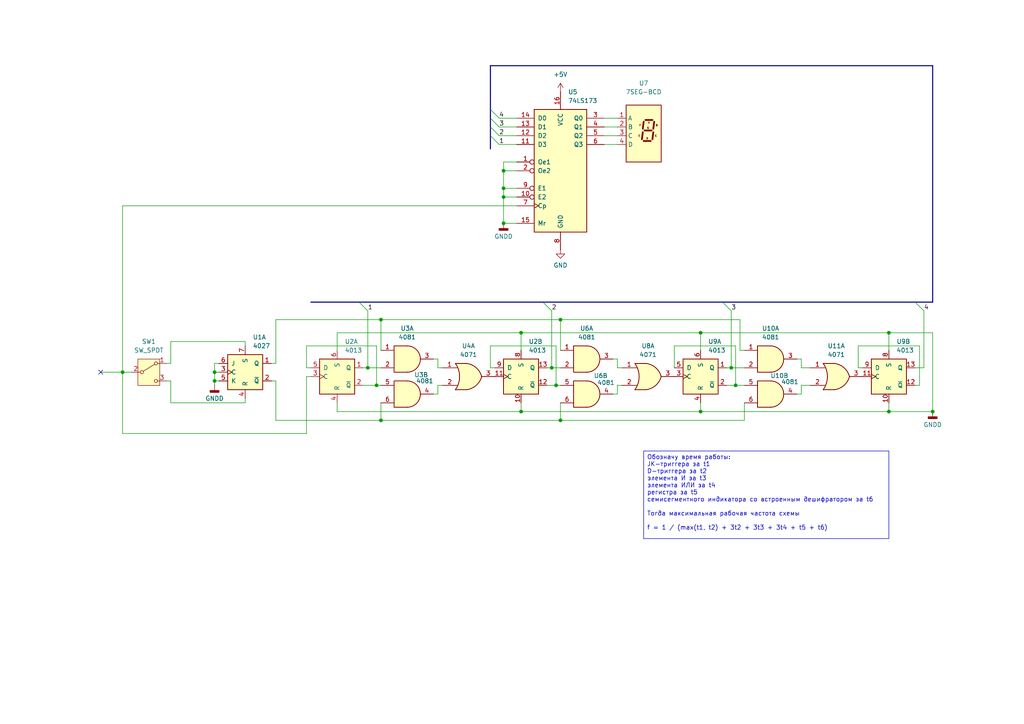
<source format=kicad_sch>
(kicad_sch
	(version 20231120)
	(generator "eeschema")
	(generator_version "8.0")
	(uuid "2a30f884-f562-4524-b3aa-8e81bab53f95")
	(paper "A4")
	(lib_symbols
		(symbol "4xxx:4013"
			(pin_names
				(offset 1.016)
			)
			(exclude_from_sim no)
			(in_bom yes)
			(on_board yes)
			(property "Reference" "U"
				(at -7.62 8.89 0)
				(effects
					(font
						(size 1.27 1.27)
					)
				)
			)
			(property "Value" "4013"
				(at -7.62 -8.89 0)
				(effects
					(font
						(size 1.27 1.27)
					)
				)
			)
			(property "Footprint" ""
				(at 0 0 0)
				(effects
					(font
						(size 1.27 1.27)
					)
					(hide yes)
				)
			)
			(property "Datasheet" "http://www.onsemi.com/pub/Collateral/MC14013B-D.PDF"
				(at 0 0 0)
				(effects
					(font
						(size 1.27 1.27)
					)
					(hide yes)
				)
			)
			(property "Description" "Dual D  FlipFlop, Set & reset"
				(at 0 0 0)
				(effects
					(font
						(size 1.27 1.27)
					)
					(hide yes)
				)
			)
			(property "ki_locked" ""
				(at 0 0 0)
				(effects
					(font
						(size 1.27 1.27)
					)
				)
			)
			(property "ki_keywords" "CMOS DFF"
				(at 0 0 0)
				(effects
					(font
						(size 1.27 1.27)
					)
					(hide yes)
				)
			)
			(property "ki_fp_filters" "DIP*W7.62mm* SOIC*3.9x9.9mm*P1.27mm* TSSOP*4.4x5mm*P0.65mm*"
				(at 0 0 0)
				(effects
					(font
						(size 1.27 1.27)
					)
					(hide yes)
				)
			)
			(symbol "4013_1_1"
				(rectangle
					(start -5.08 5.08)
					(end 5.08 -5.08)
					(stroke
						(width 0.254)
						(type default)
					)
					(fill
						(type background)
					)
				)
				(pin output line
					(at 7.62 2.54 180)
					(length 2.54)
					(name "Q"
						(effects
							(font
								(size 1.27 1.27)
							)
						)
					)
					(number "1"
						(effects
							(font
								(size 1.27 1.27)
							)
						)
					)
				)
				(pin output line
					(at 7.62 -2.54 180)
					(length 2.54)
					(name "~{Q}"
						(effects
							(font
								(size 1.27 1.27)
							)
						)
					)
					(number "2"
						(effects
							(font
								(size 1.27 1.27)
							)
						)
					)
				)
				(pin input clock
					(at -7.62 0 0)
					(length 2.54)
					(name "C"
						(effects
							(font
								(size 1.27 1.27)
							)
						)
					)
					(number "3"
						(effects
							(font
								(size 1.27 1.27)
							)
						)
					)
				)
				(pin input line
					(at 0 -7.62 90)
					(length 2.54)
					(name "R"
						(effects
							(font
								(size 1.27 1.27)
							)
						)
					)
					(number "4"
						(effects
							(font
								(size 1.27 1.27)
							)
						)
					)
				)
				(pin input line
					(at -7.62 2.54 0)
					(length 2.54)
					(name "D"
						(effects
							(font
								(size 1.27 1.27)
							)
						)
					)
					(number "5"
						(effects
							(font
								(size 1.27 1.27)
							)
						)
					)
				)
				(pin input line
					(at 0 7.62 270)
					(length 2.54)
					(name "S"
						(effects
							(font
								(size 1.27 1.27)
							)
						)
					)
					(number "6"
						(effects
							(font
								(size 1.27 1.27)
							)
						)
					)
				)
			)
			(symbol "4013_2_1"
				(rectangle
					(start -5.08 5.08)
					(end 5.08 -5.08)
					(stroke
						(width 0.254)
						(type default)
					)
					(fill
						(type background)
					)
				)
				(pin input line
					(at 0 -7.62 90)
					(length 2.54)
					(name "R"
						(effects
							(font
								(size 1.27 1.27)
							)
						)
					)
					(number "10"
						(effects
							(font
								(size 1.27 1.27)
							)
						)
					)
				)
				(pin input clock
					(at -7.62 0 0)
					(length 2.54)
					(name "C"
						(effects
							(font
								(size 1.27 1.27)
							)
						)
					)
					(number "11"
						(effects
							(font
								(size 1.27 1.27)
							)
						)
					)
				)
				(pin output line
					(at 7.62 -2.54 180)
					(length 2.54)
					(name "~{Q}"
						(effects
							(font
								(size 1.27 1.27)
							)
						)
					)
					(number "12"
						(effects
							(font
								(size 1.27 1.27)
							)
						)
					)
				)
				(pin output line
					(at 7.62 2.54 180)
					(length 2.54)
					(name "Q"
						(effects
							(font
								(size 1.27 1.27)
							)
						)
					)
					(number "13"
						(effects
							(font
								(size 1.27 1.27)
							)
						)
					)
				)
				(pin input line
					(at 0 7.62 270)
					(length 2.54)
					(name "S"
						(effects
							(font
								(size 1.27 1.27)
							)
						)
					)
					(number "8"
						(effects
							(font
								(size 1.27 1.27)
							)
						)
					)
				)
				(pin input line
					(at -7.62 2.54 0)
					(length 2.54)
					(name "D"
						(effects
							(font
								(size 1.27 1.27)
							)
						)
					)
					(number "9"
						(effects
							(font
								(size 1.27 1.27)
							)
						)
					)
				)
			)
			(symbol "4013_3_0"
				(pin power_in line
					(at 0 10.16 270)
					(length 2.54)
					(name "VDD"
						(effects
							(font
								(size 1.27 1.27)
							)
						)
					)
					(number "14"
						(effects
							(font
								(size 1.27 1.27)
							)
						)
					)
				)
				(pin power_in line
					(at 0 -10.16 90)
					(length 2.54)
					(name "VSS"
						(effects
							(font
								(size 1.27 1.27)
							)
						)
					)
					(number "7"
						(effects
							(font
								(size 1.27 1.27)
							)
						)
					)
				)
			)
			(symbol "4013_3_1"
				(rectangle
					(start -5.08 7.62)
					(end 5.08 -7.62)
					(stroke
						(width 0.254)
						(type default)
					)
					(fill
						(type background)
					)
				)
			)
		)
		(symbol "4xxx:4027"
			(pin_names
				(offset 1.016)
			)
			(exclude_from_sim no)
			(in_bom yes)
			(on_board yes)
			(property "Reference" "U"
				(at -7.62 8.89 0)
				(effects
					(font
						(size 1.27 1.27)
					)
				)
			)
			(property "Value" "4027"
				(at -7.62 -8.89 0)
				(effects
					(font
						(size 1.27 1.27)
					)
				)
			)
			(property "Footprint" ""
				(at 0 0 0)
				(effects
					(font
						(size 1.27 1.27)
					)
					(hide yes)
				)
			)
			(property "Datasheet" "http://www.intersil.com/content/dam/Intersil/documents/cd40/cd4027bms.pdf"
				(at 0 0 0)
				(effects
					(font
						(size 1.27 1.27)
					)
					(hide yes)
				)
			)
			(property "Description" "Dual JK FlipFlop, set & reset"
				(at 0 0 0)
				(effects
					(font
						(size 1.27 1.27)
					)
					(hide yes)
				)
			)
			(property "ki_locked" ""
				(at 0 0 0)
				(effects
					(font
						(size 1.27 1.27)
					)
				)
			)
			(property "ki_keywords" "CMOS JK JKFF"
				(at 0 0 0)
				(effects
					(font
						(size 1.27 1.27)
					)
					(hide yes)
				)
			)
			(property "ki_fp_filters" "DIP*W7.62mm* SOIC*3.9x9.9mm*P1.27mm* TSSOP*4.4x5mm*P0.65mm*"
				(at 0 0 0)
				(effects
					(font
						(size 1.27 1.27)
					)
					(hide yes)
				)
			)
			(symbol "4027_1_1"
				(rectangle
					(start -5.08 5.08)
					(end 5.08 -5.08)
					(stroke
						(width 0.254)
						(type default)
					)
					(fill
						(type background)
					)
				)
				(pin output line
					(at 7.62 2.54 180)
					(length 2.54)
					(name "Q"
						(effects
							(font
								(size 1.27 1.27)
							)
						)
					)
					(number "1"
						(effects
							(font
								(size 1.27 1.27)
							)
						)
					)
				)
				(pin output line
					(at 7.62 -2.54 180)
					(length 2.54)
					(name "~{Q}"
						(effects
							(font
								(size 1.27 1.27)
							)
						)
					)
					(number "2"
						(effects
							(font
								(size 1.27 1.27)
							)
						)
					)
				)
				(pin input clock
					(at -7.62 0 0)
					(length 2.54)
					(name "C"
						(effects
							(font
								(size 1.27 1.27)
							)
						)
					)
					(number "3"
						(effects
							(font
								(size 1.27 1.27)
							)
						)
					)
				)
				(pin input line
					(at 0 -7.62 90)
					(length 2.54)
					(name "R"
						(effects
							(font
								(size 1.27 1.27)
							)
						)
					)
					(number "4"
						(effects
							(font
								(size 1.27 1.27)
							)
						)
					)
				)
				(pin input line
					(at -7.62 -2.54 0)
					(length 2.54)
					(name "K"
						(effects
							(font
								(size 1.27 1.27)
							)
						)
					)
					(number "5"
						(effects
							(font
								(size 1.27 1.27)
							)
						)
					)
				)
				(pin input line
					(at -7.62 2.54 0)
					(length 2.54)
					(name "J"
						(effects
							(font
								(size 1.27 1.27)
							)
						)
					)
					(number "6"
						(effects
							(font
								(size 1.27 1.27)
							)
						)
					)
				)
				(pin input line
					(at 0 7.62 270)
					(length 2.54)
					(name "S"
						(effects
							(font
								(size 1.27 1.27)
							)
						)
					)
					(number "7"
						(effects
							(font
								(size 1.27 1.27)
							)
						)
					)
				)
			)
			(symbol "4027_2_1"
				(rectangle
					(start -5.08 5.08)
					(end 5.08 -5.08)
					(stroke
						(width 0.254)
						(type default)
					)
					(fill
						(type background)
					)
				)
				(pin input line
					(at -7.62 2.54 0)
					(length 2.54)
					(name "J"
						(effects
							(font
								(size 1.27 1.27)
							)
						)
					)
					(number "10"
						(effects
							(font
								(size 1.27 1.27)
							)
						)
					)
				)
				(pin input line
					(at -7.62 -2.54 0)
					(length 2.54)
					(name "K"
						(effects
							(font
								(size 1.27 1.27)
							)
						)
					)
					(number "11"
						(effects
							(font
								(size 1.27 1.27)
							)
						)
					)
				)
				(pin input line
					(at 0 -7.62 90)
					(length 2.54)
					(name "R"
						(effects
							(font
								(size 1.27 1.27)
							)
						)
					)
					(number "12"
						(effects
							(font
								(size 1.27 1.27)
							)
						)
					)
				)
				(pin input clock
					(at -7.62 0 0)
					(length 2.54)
					(name "C"
						(effects
							(font
								(size 1.27 1.27)
							)
						)
					)
					(number "13"
						(effects
							(font
								(size 1.27 1.27)
							)
						)
					)
				)
				(pin output line
					(at 7.62 -2.54 180)
					(length 2.54)
					(name "~{Q}"
						(effects
							(font
								(size 1.27 1.27)
							)
						)
					)
					(number "14"
						(effects
							(font
								(size 1.27 1.27)
							)
						)
					)
				)
				(pin output line
					(at 7.62 2.54 180)
					(length 2.54)
					(name "Q"
						(effects
							(font
								(size 1.27 1.27)
							)
						)
					)
					(number "15"
						(effects
							(font
								(size 1.27 1.27)
							)
						)
					)
				)
				(pin input line
					(at 0 7.62 270)
					(length 2.54)
					(name "S"
						(effects
							(font
								(size 1.27 1.27)
							)
						)
					)
					(number "9"
						(effects
							(font
								(size 1.27 1.27)
							)
						)
					)
				)
			)
			(symbol "4027_3_0"
				(pin power_in line
					(at 0 10.16 270)
					(length 2.54)
					(name "VDD"
						(effects
							(font
								(size 1.27 1.27)
							)
						)
					)
					(number "16"
						(effects
							(font
								(size 1.27 1.27)
							)
						)
					)
				)
				(pin power_in line
					(at 0 -10.16 90)
					(length 2.54)
					(name "VSS"
						(effects
							(font
								(size 1.27 1.27)
							)
						)
					)
					(number "8"
						(effects
							(font
								(size 1.27 1.27)
							)
						)
					)
				)
			)
			(symbol "4027_3_1"
				(rectangle
					(start -5.08 7.62)
					(end 5.08 -7.62)
					(stroke
						(width 0.254)
						(type default)
					)
					(fill
						(type background)
					)
				)
			)
		)
		(symbol "4xxx:4071"
			(pin_names
				(offset 1.016)
			)
			(exclude_from_sim no)
			(in_bom yes)
			(on_board yes)
			(property "Reference" "U"
				(at 0 1.27 0)
				(effects
					(font
						(size 1.27 1.27)
					)
				)
			)
			(property "Value" "4071"
				(at 0 -1.27 0)
				(effects
					(font
						(size 1.27 1.27)
					)
				)
			)
			(property "Footprint" ""
				(at 0 0 0)
				(effects
					(font
						(size 1.27 1.27)
					)
					(hide yes)
				)
			)
			(property "Datasheet" "http://www.intersil.com/content/dam/Intersil/documents/cd40/cd4071bms-72bms-75bms.pdf"
				(at 0 0 0)
				(effects
					(font
						(size 1.27 1.27)
					)
					(hide yes)
				)
			)
			(property "Description" "Quad Or 2 inputs"
				(at 0 0 0)
				(effects
					(font
						(size 1.27 1.27)
					)
					(hide yes)
				)
			)
			(property "ki_locked" ""
				(at 0 0 0)
				(effects
					(font
						(size 1.27 1.27)
					)
				)
			)
			(property "ki_keywords" "CMOS OR2"
				(at 0 0 0)
				(effects
					(font
						(size 1.27 1.27)
					)
					(hide yes)
				)
			)
			(property "ki_fp_filters" "DIP?14*"
				(at 0 0 0)
				(effects
					(font
						(size 1.27 1.27)
					)
					(hide yes)
				)
			)
			(symbol "4071_1_1"
				(arc
					(start -3.81 -3.81)
					(mid -2.589 0)
					(end -3.81 3.81)
					(stroke
						(width 0.254)
						(type default)
					)
					(fill
						(type none)
					)
				)
				(arc
					(start -0.6096 -3.81)
					(mid 2.1842 -2.5851)
					(end 3.81 0)
					(stroke
						(width 0.254)
						(type default)
					)
					(fill
						(type background)
					)
				)
				(polyline
					(pts
						(xy -3.81 -3.81) (xy -0.635 -3.81)
					)
					(stroke
						(width 0.254)
						(type default)
					)
					(fill
						(type background)
					)
				)
				(polyline
					(pts
						(xy -3.81 3.81) (xy -0.635 3.81)
					)
					(stroke
						(width 0.254)
						(type default)
					)
					(fill
						(type background)
					)
				)
				(polyline
					(pts
						(xy -0.635 3.81) (xy -3.81 3.81) (xy -3.81 3.81) (xy -3.556 3.4036) (xy -3.0226 2.2606) (xy -2.6924 1.0414)
						(xy -2.6162 -0.254) (xy -2.7686 -1.4986) (xy -3.175 -2.7178) (xy -3.81 -3.81) (xy -3.81 -3.81)
						(xy -0.635 -3.81)
					)
					(stroke
						(width -25.4)
						(type default)
					)
					(fill
						(type background)
					)
				)
				(arc
					(start 3.81 0)
					(mid 2.1915 2.5936)
					(end -0.6096 3.81)
					(stroke
						(width 0.254)
						(type default)
					)
					(fill
						(type background)
					)
				)
				(pin input line
					(at -7.62 2.54 0)
					(length 4.318)
					(name "~"
						(effects
							(font
								(size 1.27 1.27)
							)
						)
					)
					(number "1"
						(effects
							(font
								(size 1.27 1.27)
							)
						)
					)
				)
				(pin input line
					(at -7.62 -2.54 0)
					(length 4.318)
					(name "~"
						(effects
							(font
								(size 1.27 1.27)
							)
						)
					)
					(number "2"
						(effects
							(font
								(size 1.27 1.27)
							)
						)
					)
				)
				(pin output line
					(at 7.62 0 180)
					(length 3.81)
					(name "~"
						(effects
							(font
								(size 1.27 1.27)
							)
						)
					)
					(number "3"
						(effects
							(font
								(size 1.27 1.27)
							)
						)
					)
				)
			)
			(symbol "4071_1_2"
				(arc
					(start 0 -3.81)
					(mid 3.7934 0)
					(end 0 3.81)
					(stroke
						(width 0.254)
						(type default)
					)
					(fill
						(type background)
					)
				)
				(polyline
					(pts
						(xy 0 3.81) (xy -3.81 3.81) (xy -3.81 -3.81) (xy 0 -3.81)
					)
					(stroke
						(width 0.254)
						(type default)
					)
					(fill
						(type background)
					)
				)
				(pin input inverted
					(at -7.62 2.54 0)
					(length 3.81)
					(name "~"
						(effects
							(font
								(size 1.27 1.27)
							)
						)
					)
					(number "1"
						(effects
							(font
								(size 1.27 1.27)
							)
						)
					)
				)
				(pin input inverted
					(at -7.62 -2.54 0)
					(length 3.81)
					(name "~"
						(effects
							(font
								(size 1.27 1.27)
							)
						)
					)
					(number "2"
						(effects
							(font
								(size 1.27 1.27)
							)
						)
					)
				)
				(pin output inverted
					(at 7.62 0 180)
					(length 3.81)
					(name "~"
						(effects
							(font
								(size 1.27 1.27)
							)
						)
					)
					(number "3"
						(effects
							(font
								(size 1.27 1.27)
							)
						)
					)
				)
			)
			(symbol "4071_2_1"
				(arc
					(start -3.81 -3.81)
					(mid -2.589 0)
					(end -3.81 3.81)
					(stroke
						(width 0.254)
						(type default)
					)
					(fill
						(type none)
					)
				)
				(arc
					(start -0.6096 -3.81)
					(mid 2.1842 -2.5851)
					(end 3.81 0)
					(stroke
						(width 0.254)
						(type default)
					)
					(fill
						(type background)
					)
				)
				(polyline
					(pts
						(xy -3.81 -3.81) (xy -0.635 -3.81)
					)
					(stroke
						(width 0.254)
						(type default)
					)
					(fill
						(type background)
					)
				)
				(polyline
					(pts
						(xy -3.81 3.81) (xy -0.635 3.81)
					)
					(stroke
						(width 0.254)
						(type default)
					)
					(fill
						(type background)
					)
				)
				(polyline
					(pts
						(xy -0.635 3.81) (xy -3.81 3.81) (xy -3.81 3.81) (xy -3.556 3.4036) (xy -3.0226 2.2606) (xy -2.6924 1.0414)
						(xy -2.6162 -0.254) (xy -2.7686 -1.4986) (xy -3.175 -2.7178) (xy -3.81 -3.81) (xy -3.81 -3.81)
						(xy -0.635 -3.81)
					)
					(stroke
						(width -25.4)
						(type default)
					)
					(fill
						(type background)
					)
				)
				(arc
					(start 3.81 0)
					(mid 2.1915 2.5936)
					(end -0.6096 3.81)
					(stroke
						(width 0.254)
						(type default)
					)
					(fill
						(type background)
					)
				)
				(pin output line
					(at 7.62 0 180)
					(length 3.81)
					(name "~"
						(effects
							(font
								(size 1.27 1.27)
							)
						)
					)
					(number "4"
						(effects
							(font
								(size 1.27 1.27)
							)
						)
					)
				)
				(pin input line
					(at -7.62 2.54 0)
					(length 4.318)
					(name "~"
						(effects
							(font
								(size 1.27 1.27)
							)
						)
					)
					(number "5"
						(effects
							(font
								(size 1.27 1.27)
							)
						)
					)
				)
				(pin input line
					(at -7.62 -2.54 0)
					(length 4.318)
					(name "~"
						(effects
							(font
								(size 1.27 1.27)
							)
						)
					)
					(number "6"
						(effects
							(font
								(size 1.27 1.27)
							)
						)
					)
				)
			)
			(symbol "4071_2_2"
				(arc
					(start 0 -3.81)
					(mid 3.7934 0)
					(end 0 3.81)
					(stroke
						(width 0.254)
						(type default)
					)
					(fill
						(type background)
					)
				)
				(polyline
					(pts
						(xy 0 3.81) (xy -3.81 3.81) (xy -3.81 -3.81) (xy 0 -3.81)
					)
					(stroke
						(width 0.254)
						(type default)
					)
					(fill
						(type background)
					)
				)
				(pin output inverted
					(at 7.62 0 180)
					(length 3.81)
					(name "~"
						(effects
							(font
								(size 1.27 1.27)
							)
						)
					)
					(number "4"
						(effects
							(font
								(size 1.27 1.27)
							)
						)
					)
				)
				(pin input inverted
					(at -7.62 2.54 0)
					(length 3.81)
					(name "~"
						(effects
							(font
								(size 1.27 1.27)
							)
						)
					)
					(number "5"
						(effects
							(font
								(size 1.27 1.27)
							)
						)
					)
				)
				(pin input inverted
					(at -7.62 -2.54 0)
					(length 3.81)
					(name "~"
						(effects
							(font
								(size 1.27 1.27)
							)
						)
					)
					(number "6"
						(effects
							(font
								(size 1.27 1.27)
							)
						)
					)
				)
			)
			(symbol "4071_3_1"
				(arc
					(start -3.81 -3.81)
					(mid -2.589 0)
					(end -3.81 3.81)
					(stroke
						(width 0.254)
						(type default)
					)
					(fill
						(type none)
					)
				)
				(arc
					(start -0.6096 -3.81)
					(mid 2.1842 -2.5851)
					(end 3.81 0)
					(stroke
						(width 0.254)
						(type default)
					)
					(fill
						(type background)
					)
				)
				(polyline
					(pts
						(xy -3.81 -3.81) (xy -0.635 -3.81)
					)
					(stroke
						(width 0.254)
						(type default)
					)
					(fill
						(type background)
					)
				)
				(polyline
					(pts
						(xy -3.81 3.81) (xy -0.635 3.81)
					)
					(stroke
						(width 0.254)
						(type default)
					)
					(fill
						(type background)
					)
				)
				(polyline
					(pts
						(xy -0.635 3.81) (xy -3.81 3.81) (xy -3.81 3.81) (xy -3.556 3.4036) (xy -3.0226 2.2606) (xy -2.6924 1.0414)
						(xy -2.6162 -0.254) (xy -2.7686 -1.4986) (xy -3.175 -2.7178) (xy -3.81 -3.81) (xy -3.81 -3.81)
						(xy -0.635 -3.81)
					)
					(stroke
						(width -25.4)
						(type default)
					)
					(fill
						(type background)
					)
				)
				(arc
					(start 3.81 0)
					(mid 2.1915 2.5936)
					(end -0.6096 3.81)
					(stroke
						(width 0.254)
						(type default)
					)
					(fill
						(type background)
					)
				)
				(pin output line
					(at 7.62 0 180)
					(length 3.81)
					(name "~"
						(effects
							(font
								(size 1.27 1.27)
							)
						)
					)
					(number "10"
						(effects
							(font
								(size 1.27 1.27)
							)
						)
					)
				)
				(pin input line
					(at -7.62 2.54 0)
					(length 4.318)
					(name "~"
						(effects
							(font
								(size 1.27 1.27)
							)
						)
					)
					(number "8"
						(effects
							(font
								(size 1.27 1.27)
							)
						)
					)
				)
				(pin input line
					(at -7.62 -2.54 0)
					(length 4.318)
					(name "~"
						(effects
							(font
								(size 1.27 1.27)
							)
						)
					)
					(number "9"
						(effects
							(font
								(size 1.27 1.27)
							)
						)
					)
				)
			)
			(symbol "4071_3_2"
				(arc
					(start 0 -3.81)
					(mid 3.7934 0)
					(end 0 3.81)
					(stroke
						(width 0.254)
						(type default)
					)
					(fill
						(type background)
					)
				)
				(polyline
					(pts
						(xy 0 3.81) (xy -3.81 3.81) (xy -3.81 -3.81) (xy 0 -3.81)
					)
					(stroke
						(width 0.254)
						(type default)
					)
					(fill
						(type background)
					)
				)
				(pin output inverted
					(at 7.62 0 180)
					(length 3.81)
					(name "~"
						(effects
							(font
								(size 1.27 1.27)
							)
						)
					)
					(number "10"
						(effects
							(font
								(size 1.27 1.27)
							)
						)
					)
				)
				(pin input inverted
					(at -7.62 2.54 0)
					(length 3.81)
					(name "~"
						(effects
							(font
								(size 1.27 1.27)
							)
						)
					)
					(number "8"
						(effects
							(font
								(size 1.27 1.27)
							)
						)
					)
				)
				(pin input inverted
					(at -7.62 -2.54 0)
					(length 3.81)
					(name "~"
						(effects
							(font
								(size 1.27 1.27)
							)
						)
					)
					(number "9"
						(effects
							(font
								(size 1.27 1.27)
							)
						)
					)
				)
			)
			(symbol "4071_4_1"
				(arc
					(start -3.81 -3.81)
					(mid -2.589 0)
					(end -3.81 3.81)
					(stroke
						(width 0.254)
						(type default)
					)
					(fill
						(type none)
					)
				)
				(arc
					(start -0.6096 -3.81)
					(mid 2.1842 -2.5851)
					(end 3.81 0)
					(stroke
						(width 0.254)
						(type default)
					)
					(fill
						(type background)
					)
				)
				(polyline
					(pts
						(xy -3.81 -3.81) (xy -0.635 -3.81)
					)
					(stroke
						(width 0.254)
						(type default)
					)
					(fill
						(type background)
					)
				)
				(polyline
					(pts
						(xy -3.81 3.81) (xy -0.635 3.81)
					)
					(stroke
						(width 0.254)
						(type default)
					)
					(fill
						(type background)
					)
				)
				(polyline
					(pts
						(xy -0.635 3.81) (xy -3.81 3.81) (xy -3.81 3.81) (xy -3.556 3.4036) (xy -3.0226 2.2606) (xy -2.6924 1.0414)
						(xy -2.6162 -0.254) (xy -2.7686 -1.4986) (xy -3.175 -2.7178) (xy -3.81 -3.81) (xy -3.81 -3.81)
						(xy -0.635 -3.81)
					)
					(stroke
						(width -25.4)
						(type default)
					)
					(fill
						(type background)
					)
				)
				(arc
					(start 3.81 0)
					(mid 2.1915 2.5936)
					(end -0.6096 3.81)
					(stroke
						(width 0.254)
						(type default)
					)
					(fill
						(type background)
					)
				)
				(pin output line
					(at 7.62 0 180)
					(length 3.81)
					(name "~"
						(effects
							(font
								(size 1.27 1.27)
							)
						)
					)
					(number "11"
						(effects
							(font
								(size 1.27 1.27)
							)
						)
					)
				)
				(pin input line
					(at -7.62 2.54 0)
					(length 4.318)
					(name "~"
						(effects
							(font
								(size 1.27 1.27)
							)
						)
					)
					(number "12"
						(effects
							(font
								(size 1.27 1.27)
							)
						)
					)
				)
				(pin input line
					(at -7.62 -2.54 0)
					(length 4.318)
					(name "~"
						(effects
							(font
								(size 1.27 1.27)
							)
						)
					)
					(number "13"
						(effects
							(font
								(size 1.27 1.27)
							)
						)
					)
				)
			)
			(symbol "4071_4_2"
				(arc
					(start 0 -3.81)
					(mid 3.7934 0)
					(end 0 3.81)
					(stroke
						(width 0.254)
						(type default)
					)
					(fill
						(type background)
					)
				)
				(polyline
					(pts
						(xy 0 3.81) (xy -3.81 3.81) (xy -3.81 -3.81) (xy 0 -3.81)
					)
					(stroke
						(width 0.254)
						(type default)
					)
					(fill
						(type background)
					)
				)
				(pin output inverted
					(at 7.62 0 180)
					(length 3.81)
					(name "~"
						(effects
							(font
								(size 1.27 1.27)
							)
						)
					)
					(number "11"
						(effects
							(font
								(size 1.27 1.27)
							)
						)
					)
				)
				(pin input inverted
					(at -7.62 2.54 0)
					(length 3.81)
					(name "~"
						(effects
							(font
								(size 1.27 1.27)
							)
						)
					)
					(number "12"
						(effects
							(font
								(size 1.27 1.27)
							)
						)
					)
				)
				(pin input inverted
					(at -7.62 -2.54 0)
					(length 3.81)
					(name "~"
						(effects
							(font
								(size 1.27 1.27)
							)
						)
					)
					(number "13"
						(effects
							(font
								(size 1.27 1.27)
							)
						)
					)
				)
			)
			(symbol "4071_5_0"
				(pin power_in line
					(at 0 12.7 270)
					(length 5.08)
					(name "VDD"
						(effects
							(font
								(size 1.27 1.27)
							)
						)
					)
					(number "14"
						(effects
							(font
								(size 1.27 1.27)
							)
						)
					)
				)
				(pin power_in line
					(at 0 -12.7 90)
					(length 5.08)
					(name "VSS"
						(effects
							(font
								(size 1.27 1.27)
							)
						)
					)
					(number "7"
						(effects
							(font
								(size 1.27 1.27)
							)
						)
					)
				)
			)
			(symbol "4071_5_1"
				(rectangle
					(start -5.08 7.62)
					(end 5.08 -7.62)
					(stroke
						(width 0.254)
						(type default)
					)
					(fill
						(type background)
					)
				)
			)
		)
		(symbol "4xxx:4081"
			(pin_names
				(offset 1.016)
			)
			(exclude_from_sim no)
			(in_bom yes)
			(on_board yes)
			(property "Reference" "U"
				(at 0 1.27 0)
				(effects
					(font
						(size 1.27 1.27)
					)
				)
			)
			(property "Value" "4081"
				(at 0 -1.27 0)
				(effects
					(font
						(size 1.27 1.27)
					)
				)
			)
			(property "Footprint" ""
				(at 0 0 0)
				(effects
					(font
						(size 1.27 1.27)
					)
					(hide yes)
				)
			)
			(property "Datasheet" "http://www.intersil.com/content/dam/Intersil/documents/cd40/cd4073bms-81bms-82bms.pdf"
				(at 0 0 0)
				(effects
					(font
						(size 1.27 1.27)
					)
					(hide yes)
				)
			)
			(property "Description" "Quad And 2 inputs"
				(at 0 0 0)
				(effects
					(font
						(size 1.27 1.27)
					)
					(hide yes)
				)
			)
			(property "ki_locked" ""
				(at 0 0 0)
				(effects
					(font
						(size 1.27 1.27)
					)
				)
			)
			(property "ki_keywords" "CMOS And2"
				(at 0 0 0)
				(effects
					(font
						(size 1.27 1.27)
					)
					(hide yes)
				)
			)
			(property "ki_fp_filters" "DIP?14*"
				(at 0 0 0)
				(effects
					(font
						(size 1.27 1.27)
					)
					(hide yes)
				)
			)
			(symbol "4081_1_1"
				(arc
					(start 0 -3.81)
					(mid 3.7934 0)
					(end 0 3.81)
					(stroke
						(width 0.254)
						(type default)
					)
					(fill
						(type background)
					)
				)
				(polyline
					(pts
						(xy 0 3.81) (xy -3.81 3.81) (xy -3.81 -3.81) (xy 0 -3.81)
					)
					(stroke
						(width 0.254)
						(type default)
					)
					(fill
						(type background)
					)
				)
				(pin input line
					(at -7.62 2.54 0)
					(length 3.81)
					(name "~"
						(effects
							(font
								(size 1.27 1.27)
							)
						)
					)
					(number "1"
						(effects
							(font
								(size 1.27 1.27)
							)
						)
					)
				)
				(pin input line
					(at -7.62 -2.54 0)
					(length 3.81)
					(name "~"
						(effects
							(font
								(size 1.27 1.27)
							)
						)
					)
					(number "2"
						(effects
							(font
								(size 1.27 1.27)
							)
						)
					)
				)
				(pin output line
					(at 7.62 0 180)
					(length 3.81)
					(name "~"
						(effects
							(font
								(size 1.27 1.27)
							)
						)
					)
					(number "3"
						(effects
							(font
								(size 1.27 1.27)
							)
						)
					)
				)
			)
			(symbol "4081_1_2"
				(arc
					(start -3.81 -3.81)
					(mid -2.589 0)
					(end -3.81 3.81)
					(stroke
						(width 0.254)
						(type default)
					)
					(fill
						(type none)
					)
				)
				(arc
					(start -0.6096 -3.81)
					(mid 2.1842 -2.5851)
					(end 3.81 0)
					(stroke
						(width 0.254)
						(type default)
					)
					(fill
						(type background)
					)
				)
				(polyline
					(pts
						(xy -3.81 -3.81) (xy -0.635 -3.81)
					)
					(stroke
						(width 0.254)
						(type default)
					)
					(fill
						(type background)
					)
				)
				(polyline
					(pts
						(xy -3.81 3.81) (xy -0.635 3.81)
					)
					(stroke
						(width 0.254)
						(type default)
					)
					(fill
						(type background)
					)
				)
				(polyline
					(pts
						(xy -0.635 3.81) (xy -3.81 3.81) (xy -3.81 3.81) (xy -3.556 3.4036) (xy -3.0226 2.2606) (xy -2.6924 1.0414)
						(xy -2.6162 -0.254) (xy -2.7686 -1.4986) (xy -3.175 -2.7178) (xy -3.81 -3.81) (xy -3.81 -3.81)
						(xy -0.635 -3.81)
					)
					(stroke
						(width -25.4)
						(type default)
					)
					(fill
						(type background)
					)
				)
				(arc
					(start 3.81 0)
					(mid 2.1915 2.5936)
					(end -0.6096 3.81)
					(stroke
						(width 0.254)
						(type default)
					)
					(fill
						(type background)
					)
				)
				(pin input inverted
					(at -7.62 2.54 0)
					(length 4.318)
					(name "~"
						(effects
							(font
								(size 1.27 1.27)
							)
						)
					)
					(number "1"
						(effects
							(font
								(size 1.27 1.27)
							)
						)
					)
				)
				(pin input inverted
					(at -7.62 -2.54 0)
					(length 4.318)
					(name "~"
						(effects
							(font
								(size 1.27 1.27)
							)
						)
					)
					(number "2"
						(effects
							(font
								(size 1.27 1.27)
							)
						)
					)
				)
				(pin output inverted
					(at 7.62 0 180)
					(length 3.81)
					(name "~"
						(effects
							(font
								(size 1.27 1.27)
							)
						)
					)
					(number "3"
						(effects
							(font
								(size 1.27 1.27)
							)
						)
					)
				)
			)
			(symbol "4081_2_1"
				(arc
					(start 0 -3.81)
					(mid 3.7934 0)
					(end 0 3.81)
					(stroke
						(width 0.254)
						(type default)
					)
					(fill
						(type background)
					)
				)
				(polyline
					(pts
						(xy 0 3.81) (xy -3.81 3.81) (xy -3.81 -3.81) (xy 0 -3.81)
					)
					(stroke
						(width 0.254)
						(type default)
					)
					(fill
						(type background)
					)
				)
				(pin output line
					(at 7.62 0 180)
					(length 3.81)
					(name "~"
						(effects
							(font
								(size 1.27 1.27)
							)
						)
					)
					(number "4"
						(effects
							(font
								(size 1.27 1.27)
							)
						)
					)
				)
				(pin input line
					(at -7.62 2.54 0)
					(length 3.81)
					(name "~"
						(effects
							(font
								(size 1.27 1.27)
							)
						)
					)
					(number "5"
						(effects
							(font
								(size 1.27 1.27)
							)
						)
					)
				)
				(pin input line
					(at -7.62 -2.54 0)
					(length 3.81)
					(name "~"
						(effects
							(font
								(size 1.27 1.27)
							)
						)
					)
					(number "6"
						(effects
							(font
								(size 1.27 1.27)
							)
						)
					)
				)
			)
			(symbol "4081_2_2"
				(arc
					(start -3.81 -3.81)
					(mid -2.589 0)
					(end -3.81 3.81)
					(stroke
						(width 0.254)
						(type default)
					)
					(fill
						(type none)
					)
				)
				(arc
					(start -0.6096 -3.81)
					(mid 2.1842 -2.5851)
					(end 3.81 0)
					(stroke
						(width 0.254)
						(type default)
					)
					(fill
						(type background)
					)
				)
				(polyline
					(pts
						(xy -3.81 -3.81) (xy -0.635 -3.81)
					)
					(stroke
						(width 0.254)
						(type default)
					)
					(fill
						(type background)
					)
				)
				(polyline
					(pts
						(xy -3.81 3.81) (xy -0.635 3.81)
					)
					(stroke
						(width 0.254)
						(type default)
					)
					(fill
						(type background)
					)
				)
				(polyline
					(pts
						(xy -0.635 3.81) (xy -3.81 3.81) (xy -3.81 3.81) (xy -3.556 3.4036) (xy -3.0226 2.2606) (xy -2.6924 1.0414)
						(xy -2.6162 -0.254) (xy -2.7686 -1.4986) (xy -3.175 -2.7178) (xy -3.81 -3.81) (xy -3.81 -3.81)
						(xy -0.635 -3.81)
					)
					(stroke
						(width -25.4)
						(type default)
					)
					(fill
						(type background)
					)
				)
				(arc
					(start 3.81 0)
					(mid 2.1915 2.5936)
					(end -0.6096 3.81)
					(stroke
						(width 0.254)
						(type default)
					)
					(fill
						(type background)
					)
				)
				(pin output inverted
					(at 7.62 0 180)
					(length 3.81)
					(name "~"
						(effects
							(font
								(size 1.27 1.27)
							)
						)
					)
					(number "4"
						(effects
							(font
								(size 1.27 1.27)
							)
						)
					)
				)
				(pin input inverted
					(at -7.62 2.54 0)
					(length 4.318)
					(name "~"
						(effects
							(font
								(size 1.27 1.27)
							)
						)
					)
					(number "5"
						(effects
							(font
								(size 1.27 1.27)
							)
						)
					)
				)
				(pin input inverted
					(at -7.62 -2.54 0)
					(length 4.318)
					(name "~"
						(effects
							(font
								(size 1.27 1.27)
							)
						)
					)
					(number "6"
						(effects
							(font
								(size 1.27 1.27)
							)
						)
					)
				)
			)
			(symbol "4081_3_1"
				(arc
					(start 0 -3.81)
					(mid 3.7934 0)
					(end 0 3.81)
					(stroke
						(width 0.254)
						(type default)
					)
					(fill
						(type background)
					)
				)
				(polyline
					(pts
						(xy 0 3.81) (xy -3.81 3.81) (xy -3.81 -3.81) (xy 0 -3.81)
					)
					(stroke
						(width 0.254)
						(type default)
					)
					(fill
						(type background)
					)
				)
				(pin output line
					(at 7.62 0 180)
					(length 3.81)
					(name "~"
						(effects
							(font
								(size 1.27 1.27)
							)
						)
					)
					(number "10"
						(effects
							(font
								(size 1.27 1.27)
							)
						)
					)
				)
				(pin input line
					(at -7.62 2.54 0)
					(length 3.81)
					(name "~"
						(effects
							(font
								(size 1.27 1.27)
							)
						)
					)
					(number "8"
						(effects
							(font
								(size 1.27 1.27)
							)
						)
					)
				)
				(pin input line
					(at -7.62 -2.54 0)
					(length 3.81)
					(name "~"
						(effects
							(font
								(size 1.27 1.27)
							)
						)
					)
					(number "9"
						(effects
							(font
								(size 1.27 1.27)
							)
						)
					)
				)
			)
			(symbol "4081_3_2"
				(arc
					(start -3.81 -3.81)
					(mid -2.589 0)
					(end -3.81 3.81)
					(stroke
						(width 0.254)
						(type default)
					)
					(fill
						(type none)
					)
				)
				(arc
					(start -0.6096 -3.81)
					(mid 2.1842 -2.5851)
					(end 3.81 0)
					(stroke
						(width 0.254)
						(type default)
					)
					(fill
						(type background)
					)
				)
				(polyline
					(pts
						(xy -3.81 -3.81) (xy -0.635 -3.81)
					)
					(stroke
						(width 0.254)
						(type default)
					)
					(fill
						(type background)
					)
				)
				(polyline
					(pts
						(xy -3.81 3.81) (xy -0.635 3.81)
					)
					(stroke
						(width 0.254)
						(type default)
					)
					(fill
						(type background)
					)
				)
				(polyline
					(pts
						(xy -0.635 3.81) (xy -3.81 3.81) (xy -3.81 3.81) (xy -3.556 3.4036) (xy -3.0226 2.2606) (xy -2.6924 1.0414)
						(xy -2.6162 -0.254) (xy -2.7686 -1.4986) (xy -3.175 -2.7178) (xy -3.81 -3.81) (xy -3.81 -3.81)
						(xy -0.635 -3.81)
					)
					(stroke
						(width -25.4)
						(type default)
					)
					(fill
						(type background)
					)
				)
				(arc
					(start 3.81 0)
					(mid 2.1915 2.5936)
					(end -0.6096 3.81)
					(stroke
						(width 0.254)
						(type default)
					)
					(fill
						(type background)
					)
				)
				(pin output inverted
					(at 7.62 0 180)
					(length 3.81)
					(name "~"
						(effects
							(font
								(size 1.27 1.27)
							)
						)
					)
					(number "10"
						(effects
							(font
								(size 1.27 1.27)
							)
						)
					)
				)
				(pin input inverted
					(at -7.62 2.54 0)
					(length 4.318)
					(name "~"
						(effects
							(font
								(size 1.27 1.27)
							)
						)
					)
					(number "8"
						(effects
							(font
								(size 1.27 1.27)
							)
						)
					)
				)
				(pin input inverted
					(at -7.62 -2.54 0)
					(length 4.318)
					(name "~"
						(effects
							(font
								(size 1.27 1.27)
							)
						)
					)
					(number "9"
						(effects
							(font
								(size 1.27 1.27)
							)
						)
					)
				)
			)
			(symbol "4081_4_1"
				(arc
					(start 0 -3.81)
					(mid 3.7934 0)
					(end 0 3.81)
					(stroke
						(width 0.254)
						(type default)
					)
					(fill
						(type background)
					)
				)
				(polyline
					(pts
						(xy 0 3.81) (xy -3.81 3.81) (xy -3.81 -3.81) (xy 0 -3.81)
					)
					(stroke
						(width 0.254)
						(type default)
					)
					(fill
						(type background)
					)
				)
				(pin output line
					(at 7.62 0 180)
					(length 3.81)
					(name "~"
						(effects
							(font
								(size 1.27 1.27)
							)
						)
					)
					(number "11"
						(effects
							(font
								(size 1.27 1.27)
							)
						)
					)
				)
				(pin input line
					(at -7.62 2.54 0)
					(length 3.81)
					(name "~"
						(effects
							(font
								(size 1.27 1.27)
							)
						)
					)
					(number "12"
						(effects
							(font
								(size 1.27 1.27)
							)
						)
					)
				)
				(pin input line
					(at -7.62 -2.54 0)
					(length 3.81)
					(name "~"
						(effects
							(font
								(size 1.27 1.27)
							)
						)
					)
					(number "13"
						(effects
							(font
								(size 1.27 1.27)
							)
						)
					)
				)
			)
			(symbol "4081_4_2"
				(arc
					(start -3.81 -3.81)
					(mid -2.589 0)
					(end -3.81 3.81)
					(stroke
						(width 0.254)
						(type default)
					)
					(fill
						(type none)
					)
				)
				(arc
					(start -0.6096 -3.81)
					(mid 2.1842 -2.5851)
					(end 3.81 0)
					(stroke
						(width 0.254)
						(type default)
					)
					(fill
						(type background)
					)
				)
				(polyline
					(pts
						(xy -3.81 -3.81) (xy -0.635 -3.81)
					)
					(stroke
						(width 0.254)
						(type default)
					)
					(fill
						(type background)
					)
				)
				(polyline
					(pts
						(xy -3.81 3.81) (xy -0.635 3.81)
					)
					(stroke
						(width 0.254)
						(type default)
					)
					(fill
						(type background)
					)
				)
				(polyline
					(pts
						(xy -0.635 3.81) (xy -3.81 3.81) (xy -3.81 3.81) (xy -3.556 3.4036) (xy -3.0226 2.2606) (xy -2.6924 1.0414)
						(xy -2.6162 -0.254) (xy -2.7686 -1.4986) (xy -3.175 -2.7178) (xy -3.81 -3.81) (xy -3.81 -3.81)
						(xy -0.635 -3.81)
					)
					(stroke
						(width -25.4)
						(type default)
					)
					(fill
						(type background)
					)
				)
				(arc
					(start 3.81 0)
					(mid 2.1915 2.5936)
					(end -0.6096 3.81)
					(stroke
						(width 0.254)
						(type default)
					)
					(fill
						(type background)
					)
				)
				(pin output inverted
					(at 7.62 0 180)
					(length 3.81)
					(name "~"
						(effects
							(font
								(size 1.27 1.27)
							)
						)
					)
					(number "11"
						(effects
							(font
								(size 1.27 1.27)
							)
						)
					)
				)
				(pin input inverted
					(at -7.62 2.54 0)
					(length 4.318)
					(name "~"
						(effects
							(font
								(size 1.27 1.27)
							)
						)
					)
					(number "12"
						(effects
							(font
								(size 1.27 1.27)
							)
						)
					)
				)
				(pin input inverted
					(at -7.62 -2.54 0)
					(length 4.318)
					(name "~"
						(effects
							(font
								(size 1.27 1.27)
							)
						)
					)
					(number "13"
						(effects
							(font
								(size 1.27 1.27)
							)
						)
					)
				)
			)
			(symbol "4081_5_0"
				(pin power_in line
					(at 0 12.7 270)
					(length 5.08)
					(name "VDD"
						(effects
							(font
								(size 1.27 1.27)
							)
						)
					)
					(number "14"
						(effects
							(font
								(size 1.27 1.27)
							)
						)
					)
				)
				(pin power_in line
					(at 0 -12.7 90)
					(length 5.08)
					(name "VSS"
						(effects
							(font
								(size 1.27 1.27)
							)
						)
					)
					(number "7"
						(effects
							(font
								(size 1.27 1.27)
							)
						)
					)
				)
			)
			(symbol "4081_5_1"
				(rectangle
					(start -5.08 7.62)
					(end 5.08 -7.62)
					(stroke
						(width 0.254)
						(type default)
					)
					(fill
						(type background)
					)
				)
			)
		)
		(symbol "74xx:74LS173"
			(pin_names
				(offset 1.016)
			)
			(exclude_from_sim no)
			(in_bom yes)
			(on_board yes)
			(property "Reference" "U"
				(at -7.62 19.05 0)
				(effects
					(font
						(size 1.27 1.27)
					)
				)
			)
			(property "Value" "74LS173"
				(at -7.62 -19.05 0)
				(effects
					(font
						(size 1.27 1.27)
					)
				)
			)
			(property "Footprint" ""
				(at 0 0 0)
				(effects
					(font
						(size 1.27 1.27)
					)
					(hide yes)
				)
			)
			(property "Datasheet" "http://www.ti.com/lit/gpn/sn74LS173"
				(at 0 0 0)
				(effects
					(font
						(size 1.27 1.27)
					)
					(hide yes)
				)
			)
			(property "Description" "4-bit D-type Register, 3 state out"
				(at 0 0 0)
				(effects
					(font
						(size 1.27 1.27)
					)
					(hide yes)
				)
			)
			(property "ki_locked" ""
				(at 0 0 0)
				(effects
					(font
						(size 1.27 1.27)
					)
				)
			)
			(property "ki_keywords" "TTL REG REG4 3State DFF"
				(at 0 0 0)
				(effects
					(font
						(size 1.27 1.27)
					)
					(hide yes)
				)
			)
			(property "ki_fp_filters" "DIP?16*"
				(at 0 0 0)
				(effects
					(font
						(size 1.27 1.27)
					)
					(hide yes)
				)
			)
			(symbol "74LS173_1_0"
				(pin input inverted
					(at -12.7 2.54 0)
					(length 5.08)
					(name "Oe1"
						(effects
							(font
								(size 1.27 1.27)
							)
						)
					)
					(number "1"
						(effects
							(font
								(size 1.27 1.27)
							)
						)
					)
				)
				(pin input inverted
					(at -12.7 -7.62 0)
					(length 5.08)
					(name "E2"
						(effects
							(font
								(size 1.27 1.27)
							)
						)
					)
					(number "10"
						(effects
							(font
								(size 1.27 1.27)
							)
						)
					)
				)
				(pin input line
					(at -12.7 7.62 0)
					(length 5.08)
					(name "D3"
						(effects
							(font
								(size 1.27 1.27)
							)
						)
					)
					(number "11"
						(effects
							(font
								(size 1.27 1.27)
							)
						)
					)
				)
				(pin input line
					(at -12.7 10.16 0)
					(length 5.08)
					(name "D2"
						(effects
							(font
								(size 1.27 1.27)
							)
						)
					)
					(number "12"
						(effects
							(font
								(size 1.27 1.27)
							)
						)
					)
				)
				(pin input line
					(at -12.7 12.7 0)
					(length 5.08)
					(name "D1"
						(effects
							(font
								(size 1.27 1.27)
							)
						)
					)
					(number "13"
						(effects
							(font
								(size 1.27 1.27)
							)
						)
					)
				)
				(pin input line
					(at -12.7 15.24 0)
					(length 5.08)
					(name "D0"
						(effects
							(font
								(size 1.27 1.27)
							)
						)
					)
					(number "14"
						(effects
							(font
								(size 1.27 1.27)
							)
						)
					)
				)
				(pin input line
					(at -12.7 -15.24 0)
					(length 5.08)
					(name "Mr"
						(effects
							(font
								(size 1.27 1.27)
							)
						)
					)
					(number "15"
						(effects
							(font
								(size 1.27 1.27)
							)
						)
					)
				)
				(pin power_in line
					(at 0 22.86 270)
					(length 5.08)
					(name "VCC"
						(effects
							(font
								(size 1.27 1.27)
							)
						)
					)
					(number "16"
						(effects
							(font
								(size 1.27 1.27)
							)
						)
					)
				)
				(pin input inverted
					(at -12.7 0 0)
					(length 5.08)
					(name "Oe2"
						(effects
							(font
								(size 1.27 1.27)
							)
						)
					)
					(number "2"
						(effects
							(font
								(size 1.27 1.27)
							)
						)
					)
				)
				(pin tri_state line
					(at 12.7 15.24 180)
					(length 5.08)
					(name "Q0"
						(effects
							(font
								(size 1.27 1.27)
							)
						)
					)
					(number "3"
						(effects
							(font
								(size 1.27 1.27)
							)
						)
					)
				)
				(pin tri_state line
					(at 12.7 12.7 180)
					(length 5.08)
					(name "Q1"
						(effects
							(font
								(size 1.27 1.27)
							)
						)
					)
					(number "4"
						(effects
							(font
								(size 1.27 1.27)
							)
						)
					)
				)
				(pin tri_state line
					(at 12.7 10.16 180)
					(length 5.08)
					(name "Q2"
						(effects
							(font
								(size 1.27 1.27)
							)
						)
					)
					(number "5"
						(effects
							(font
								(size 1.27 1.27)
							)
						)
					)
				)
				(pin tri_state line
					(at 12.7 7.62 180)
					(length 5.08)
					(name "Q3"
						(effects
							(font
								(size 1.27 1.27)
							)
						)
					)
					(number "6"
						(effects
							(font
								(size 1.27 1.27)
							)
						)
					)
				)
				(pin input clock
					(at -12.7 -10.16 0)
					(length 5.08)
					(name "Cp"
						(effects
							(font
								(size 1.27 1.27)
							)
						)
					)
					(number "7"
						(effects
							(font
								(size 1.27 1.27)
							)
						)
					)
				)
				(pin power_in line
					(at 0 -22.86 90)
					(length 5.08)
					(name "GND"
						(effects
							(font
								(size 1.27 1.27)
							)
						)
					)
					(number "8"
						(effects
							(font
								(size 1.27 1.27)
							)
						)
					)
				)
				(pin input inverted
					(at -12.7 -5.08 0)
					(length 5.08)
					(name "E1"
						(effects
							(font
								(size 1.27 1.27)
							)
						)
					)
					(number "9"
						(effects
							(font
								(size 1.27 1.27)
							)
						)
					)
				)
			)
			(symbol "74LS173_1_1"
				(rectangle
					(start -7.62 17.78)
					(end 7.62 -17.78)
					(stroke
						(width 0.254)
						(type default)
					)
					(fill
						(type background)
					)
				)
			)
		)
		(symbol "Display_Character:HDSP-A151"
			(exclude_from_sim no)
			(in_bom yes)
			(on_board yes)
			(property "Reference" "U10"
				(at 0 17.78 0)
				(effects
					(font
						(size 1.27 1.27)
					)
				)
			)
			(property "Value" "7SEG-BCD"
				(at 0 15.24 0)
				(effects
					(font
						(size 1.27 1.27)
					)
				)
			)
			(property "Footprint" "Display_7Segment:HDSP-A151"
				(at -0.508 -22.098 0)
				(effects
					(font
						(size 1.27 1.27)
					)
					(hide yes)
				)
			)
			(property "Datasheet" "https://docs.broadcom.com/docs/AV02-2553EN"
				(at -2.286 22.352 0)
				(effects
					(font
						(size 1.27 1.27)
					)
					(hide yes)
				)
			)
			(property "Description" "One digit 7 segment red, common anode"
				(at -1.524 -17.272 0)
				(effects
					(font
						(size 1.27 1.27)
					)
					(hide yes)
				)
			)
			(property "ki_keywords" "display LED 7-segment"
				(at 0 0 0)
				(effects
					(font
						(size 1.27 1.27)
					)
					(hide yes)
				)
			)
			(property "ki_fp_filters" "HDSP?A151*"
				(at 0 0 0)
				(effects
					(font
						(size 1.27 1.27)
					)
					(hide yes)
				)
			)
			(symbol "HDSP-A151_1_0"
				(text ""
					(at 4.826 -0.254 0)
					(effects
						(font
							(size 0.508 0.508)
						)
					)
				)
				(text "A"
					(at 1.524 6.35 0)
					(effects
						(font
							(size 0.508 0.508)
						)
					)
				)
				(text "B"
					(at 3.81 5.588 0)
					(effects
						(font
							(size 0.508 0.508)
						)
					)
				)
				(text "C"
					(at 3.556 2.54 0)
					(effects
						(font
							(size 0.508 0.508)
						)
					)
				)
				(text "D"
					(at 1.016 1.778 0)
					(effects
						(font
							(size 0.508 0.508)
						)
					)
				)
				(text "E"
					(at -1.27 2.54 0)
					(effects
						(font
							(size 0.508 0.508)
						)
					)
				)
				(text "F"
					(at -1.016 5.588 0)
					(effects
						(font
							(size 0.508 0.508)
						)
					)
				)
				(text "G"
					(at 1.27 4.826 0)
					(effects
						(font
							(size 0.508 0.508)
						)
					)
				)
			)
			(symbol "HDSP-A151_1_1"
				(rectangle
					(start -5.08 11.43)
					(end 5.08 -5.08)
					(stroke
						(width 0.254)
						(type default)
					)
					(fill
						(type background)
					)
				)
				(polyline
					(pts
						(xy -0.254 3.556) (xy -0.508 1.524)
					)
					(stroke
						(width 0.508)
						(type default)
					)
					(fill
						(type none)
					)
				)
				(polyline
					(pts
						(xy 0 1.016) (xy 2.032 1.016)
					)
					(stroke
						(width 0.508)
						(type default)
					)
					(fill
						(type none)
					)
				)
				(polyline
					(pts
						(xy 0 6.604) (xy -0.254 4.572)
					)
					(stroke
						(width 0.508)
						(type default)
					)
					(fill
						(type none)
					)
				)
				(polyline
					(pts
						(xy 0.254 4.064) (xy 2.286 4.064)
					)
					(stroke
						(width 0.508)
						(type default)
					)
					(fill
						(type none)
					)
				)
				(polyline
					(pts
						(xy 0.508 7.112) (xy 2.54 7.112)
					)
					(stroke
						(width 0.508)
						(type default)
					)
					(fill
						(type none)
					)
				)
				(polyline
					(pts
						(xy 2.794 3.556) (xy 2.54 1.524)
					)
					(stroke
						(width 0.508)
						(type default)
					)
					(fill
						(type none)
					)
				)
				(polyline
					(pts
						(xy 3.048 6.604) (xy 2.794 4.572)
					)
					(stroke
						(width 0.508)
						(type default)
					)
					(fill
						(type none)
					)
				)
				(polyline
					(pts
						(xy 3.81 1.016) (xy 3.81 1.016)
					)
					(stroke
						(width 0.508)
						(type default)
					)
					(fill
						(type none)
					)
				)
				(pin input line
					(at -7.62 7.62 0)
					(length 2.54)
					(name "A"
						(effects
							(font
								(size 1.27 1.27)
							)
						)
					)
					(number "1"
						(effects
							(font
								(size 1.27 1.27)
							)
						)
					)
				)
				(pin input line
					(at -7.62 5.08 0)
					(length 2.54)
					(name "B"
						(effects
							(font
								(size 1.27 1.27)
							)
						)
					)
					(number "2"
						(effects
							(font
								(size 1.27 1.27)
							)
						)
					)
				)
				(pin input line
					(at -7.62 2.54 0)
					(length 2.54)
					(name "C"
						(effects
							(font
								(size 1.27 1.27)
							)
						)
					)
					(number "3"
						(effects
							(font
								(size 1.27 1.27)
							)
						)
					)
				)
				(pin input line
					(at -7.62 0 0)
					(length 2.54)
					(name "D"
						(effects
							(font
								(size 1.27 1.27)
							)
						)
					)
					(number "4"
						(effects
							(font
								(size 1.27 1.27)
							)
						)
					)
				)
			)
		)
		(symbol "Switch:SW_SPDT"
			(pin_names
				(offset 0) hide)
			(exclude_from_sim no)
			(in_bom yes)
			(on_board yes)
			(property "Reference" "SW"
				(at 0 5.08 0)
				(effects
					(font
						(size 1.27 1.27)
					)
				)
			)
			(property "Value" "SW_SPDT"
				(at 0 -5.08 0)
				(effects
					(font
						(size 1.27 1.27)
					)
				)
			)
			(property "Footprint" ""
				(at 0 0 0)
				(effects
					(font
						(size 1.27 1.27)
					)
					(hide yes)
				)
			)
			(property "Datasheet" "~"
				(at 0 -7.62 0)
				(effects
					(font
						(size 1.27 1.27)
					)
					(hide yes)
				)
			)
			(property "Description" "Switch, single pole double throw"
				(at 0 0 0)
				(effects
					(font
						(size 1.27 1.27)
					)
					(hide yes)
				)
			)
			(property "ki_keywords" "switch single-pole double-throw spdt ON-ON"
				(at 0 0 0)
				(effects
					(font
						(size 1.27 1.27)
					)
					(hide yes)
				)
			)
			(symbol "SW_SPDT_0_1"
				(circle
					(center -2.032 0)
					(radius 0.4572)
					(stroke
						(width 0)
						(type default)
					)
					(fill
						(type none)
					)
				)
				(polyline
					(pts
						(xy -1.651 0.254) (xy 1.651 2.286)
					)
					(stroke
						(width 0)
						(type default)
					)
					(fill
						(type none)
					)
				)
				(circle
					(center 2.032 -2.54)
					(radius 0.4572)
					(stroke
						(width 0)
						(type default)
					)
					(fill
						(type none)
					)
				)
				(circle
					(center 2.032 2.54)
					(radius 0.4572)
					(stroke
						(width 0)
						(type default)
					)
					(fill
						(type none)
					)
				)
			)
			(symbol "SW_SPDT_1_1"
				(rectangle
					(start -3.175 3.81)
					(end 3.175 -3.81)
					(stroke
						(width 0)
						(type default)
					)
					(fill
						(type background)
					)
				)
				(pin passive line
					(at 5.08 2.54 180)
					(length 2.54)
					(name "A"
						(effects
							(font
								(size 1.27 1.27)
							)
						)
					)
					(number "1"
						(effects
							(font
								(size 1.27 1.27)
							)
						)
					)
				)
				(pin passive line
					(at -5.08 0 0)
					(length 2.54)
					(name "B"
						(effects
							(font
								(size 1.27 1.27)
							)
						)
					)
					(number "2"
						(effects
							(font
								(size 1.27 1.27)
							)
						)
					)
				)
				(pin passive line
					(at 5.08 -2.54 180)
					(length 2.54)
					(name "C"
						(effects
							(font
								(size 1.27 1.27)
							)
						)
					)
					(number "3"
						(effects
							(font
								(size 1.27 1.27)
							)
						)
					)
				)
			)
		)
		(symbol "power:+5V"
			(power)
			(pin_numbers hide)
			(pin_names
				(offset 0) hide)
			(exclude_from_sim no)
			(in_bom yes)
			(on_board yes)
			(property "Reference" "#PWR"
				(at 0 -3.81 0)
				(effects
					(font
						(size 1.27 1.27)
					)
					(hide yes)
				)
			)
			(property "Value" "+5V"
				(at 0 3.556 0)
				(effects
					(font
						(size 1.27 1.27)
					)
				)
			)
			(property "Footprint" ""
				(at 0 0 0)
				(effects
					(font
						(size 1.27 1.27)
					)
					(hide yes)
				)
			)
			(property "Datasheet" ""
				(at 0 0 0)
				(effects
					(font
						(size 1.27 1.27)
					)
					(hide yes)
				)
			)
			(property "Description" "Power symbol creates a global label with name \"+5V\""
				(at 0 0 0)
				(effects
					(font
						(size 1.27 1.27)
					)
					(hide yes)
				)
			)
			(property "ki_keywords" "global power"
				(at 0 0 0)
				(effects
					(font
						(size 1.27 1.27)
					)
					(hide yes)
				)
			)
			(symbol "+5V_0_1"
				(polyline
					(pts
						(xy -0.762 1.27) (xy 0 2.54)
					)
					(stroke
						(width 0)
						(type default)
					)
					(fill
						(type none)
					)
				)
				(polyline
					(pts
						(xy 0 0) (xy 0 2.54)
					)
					(stroke
						(width 0)
						(type default)
					)
					(fill
						(type none)
					)
				)
				(polyline
					(pts
						(xy 0 2.54) (xy 0.762 1.27)
					)
					(stroke
						(width 0)
						(type default)
					)
					(fill
						(type none)
					)
				)
			)
			(symbol "+5V_1_1"
				(pin power_in line
					(at 0 0 90)
					(length 0)
					(name "~"
						(effects
							(font
								(size 1.27 1.27)
							)
						)
					)
					(number "1"
						(effects
							(font
								(size 1.27 1.27)
							)
						)
					)
				)
			)
		)
		(symbol "power:GND"
			(power)
			(pin_numbers hide)
			(pin_names
				(offset 0) hide)
			(exclude_from_sim no)
			(in_bom yes)
			(on_board yes)
			(property "Reference" "#PWR"
				(at 0 -6.35 0)
				(effects
					(font
						(size 1.27 1.27)
					)
					(hide yes)
				)
			)
			(property "Value" "GND"
				(at 0 -3.81 0)
				(effects
					(font
						(size 1.27 1.27)
					)
				)
			)
			(property "Footprint" ""
				(at 0 0 0)
				(effects
					(font
						(size 1.27 1.27)
					)
					(hide yes)
				)
			)
			(property "Datasheet" ""
				(at 0 0 0)
				(effects
					(font
						(size 1.27 1.27)
					)
					(hide yes)
				)
			)
			(property "Description" "Power symbol creates a global label with name \"GND\" , ground"
				(at 0 0 0)
				(effects
					(font
						(size 1.27 1.27)
					)
					(hide yes)
				)
			)
			(property "ki_keywords" "global power"
				(at 0 0 0)
				(effects
					(font
						(size 1.27 1.27)
					)
					(hide yes)
				)
			)
			(symbol "GND_0_1"
				(polyline
					(pts
						(xy 0 0) (xy 0 -1.27) (xy 1.27 -1.27) (xy 0 -2.54) (xy -1.27 -1.27) (xy 0 -1.27)
					)
					(stroke
						(width 0)
						(type default)
					)
					(fill
						(type none)
					)
				)
			)
			(symbol "GND_1_1"
				(pin power_in line
					(at 0 0 270)
					(length 0)
					(name "~"
						(effects
							(font
								(size 1.27 1.27)
							)
						)
					)
					(number "1"
						(effects
							(font
								(size 1.27 1.27)
							)
						)
					)
				)
			)
		)
		(symbol "power:GNDD"
			(power)
			(pin_numbers hide)
			(pin_names
				(offset 0) hide)
			(exclude_from_sim no)
			(in_bom yes)
			(on_board yes)
			(property "Reference" "#PWR"
				(at 0 -6.35 0)
				(effects
					(font
						(size 1.27 1.27)
					)
					(hide yes)
				)
			)
			(property "Value" "GNDD"
				(at 0 -3.175 0)
				(effects
					(font
						(size 1.27 1.27)
					)
				)
			)
			(property "Footprint" ""
				(at 0 0 0)
				(effects
					(font
						(size 1.27 1.27)
					)
					(hide yes)
				)
			)
			(property "Datasheet" ""
				(at 0 0 0)
				(effects
					(font
						(size 1.27 1.27)
					)
					(hide yes)
				)
			)
			(property "Description" "Power symbol creates a global label with name \"GNDD\" , digital ground"
				(at 0 0 0)
				(effects
					(font
						(size 1.27 1.27)
					)
					(hide yes)
				)
			)
			(property "ki_keywords" "global power"
				(at 0 0 0)
				(effects
					(font
						(size 1.27 1.27)
					)
					(hide yes)
				)
			)
			(symbol "GNDD_0_1"
				(rectangle
					(start -1.27 -1.524)
					(end 1.27 -2.032)
					(stroke
						(width 0.254)
						(type default)
					)
					(fill
						(type outline)
					)
				)
				(polyline
					(pts
						(xy 0 0) (xy 0 -1.524)
					)
					(stroke
						(width 0)
						(type default)
					)
					(fill
						(type none)
					)
				)
			)
			(symbol "GNDD_1_1"
				(pin power_in line
					(at 0 0 270)
					(length 0)
					(name "~"
						(effects
							(font
								(size 1.27 1.27)
							)
						)
					)
					(number "1"
						(effects
							(font
								(size 1.27 1.27)
							)
						)
					)
				)
			)
		)
	)
	(junction
		(at 257.81 96.52)
		(diameter 0)
		(color 0 0 0 0)
		(uuid "09eab1c7-e7b0-431f-8187-1b3f0abc4937")
	)
	(junction
		(at 162.56 92.71)
		(diameter 0)
		(color 0 0 0 0)
		(uuid "19240f45-b86c-4818-acae-8f28e6c66dd5")
	)
	(junction
		(at 110.49 121.92)
		(diameter 0)
		(color 0 0 0 0)
		(uuid "2338e18d-dfa5-4202-b4da-668d8b3fe629")
	)
	(junction
		(at 151.13 119.38)
		(diameter 0)
		(color 0 0 0 0)
		(uuid "27817ce8-4643-49b5-8488-7fcd7a13ea50")
	)
	(junction
		(at 62.23 110.49)
		(diameter 0)
		(color 0 0 0 0)
		(uuid "3120428b-837c-4e8c-aa56-4374be23fd52")
	)
	(junction
		(at 151.13 96.52)
		(diameter 0)
		(color 0 0 0 0)
		(uuid "420cbfba-43b7-4287-875e-8e252e27f3df")
	)
	(junction
		(at 35.56 107.95)
		(diameter 0)
		(color 0 0 0 0)
		(uuid "482181cc-a87a-4c0a-bd73-a4dee463e362")
	)
	(junction
		(at 160.02 106.68)
		(diameter 0)
		(color 0 0 0 0)
		(uuid "58afac14-e5ac-4ac2-9e74-824be54bc6af")
	)
	(junction
		(at 162.56 121.92)
		(diameter 0)
		(color 0 0 0 0)
		(uuid "64470e6c-bc8a-42f7-8fa7-ecb0a91647df")
	)
	(junction
		(at 110.49 92.71)
		(diameter 0)
		(color 0 0 0 0)
		(uuid "6efd7210-9d8b-4848-8dd9-ccae702c5b02")
	)
	(junction
		(at 146.05 64.77)
		(diameter 0)
		(color 0 0 0 0)
		(uuid "805e8fe6-a418-4b5f-a230-bdd95a860f7c")
	)
	(junction
		(at 146.05 54.61)
		(diameter 0)
		(color 0 0 0 0)
		(uuid "812449ae-6379-4909-882f-fc13c2f3efdb")
	)
	(junction
		(at 62.23 107.95)
		(diameter 0)
		(color 0 0 0 0)
		(uuid "868ba8ee-9a84-42d7-847f-c0d50ddef812")
	)
	(junction
		(at 203.2 96.52)
		(diameter 0)
		(color 0 0 0 0)
		(uuid "8b64bd5c-2b64-4e98-8632-f2c3332338dc")
	)
	(junction
		(at 213.36 111.76)
		(diameter 0)
		(color 0 0 0 0)
		(uuid "a7ab9242-a943-4efa-86da-d5d2126b9761")
	)
	(junction
		(at 106.68 106.68)
		(diameter 0)
		(color 0 0 0 0)
		(uuid "ac31cdf2-d7c8-4def-be6a-c0d80cc7042d")
	)
	(junction
		(at 212.09 106.68)
		(diameter 0)
		(color 0 0 0 0)
		(uuid "b0915ecd-ee89-48be-b364-f50ebb22aefd")
	)
	(junction
		(at 257.81 119.38)
		(diameter 0)
		(color 0 0 0 0)
		(uuid "b3f5a4e6-caa8-4fc6-a8b1-b42f5408134a")
	)
	(junction
		(at 146.05 57.15)
		(diameter 0)
		(color 0 0 0 0)
		(uuid "bc8ed2a4-965a-48ec-ba7e-89e7560d8aee")
	)
	(junction
		(at 203.2 119.38)
		(diameter 0)
		(color 0 0 0 0)
		(uuid "bfca979c-e90d-4dab-83c0-fd58e7f4483f")
	)
	(junction
		(at 270.51 119.38)
		(diameter 0)
		(color 0 0 0 0)
		(uuid "d6c6cedb-6f25-4594-85b9-4096553a47de")
	)
	(junction
		(at 109.22 111.76)
		(diameter 0)
		(color 0 0 0 0)
		(uuid "db6ebf1d-6525-41c7-a3c7-21310676659e")
	)
	(junction
		(at 161.29 111.76)
		(diameter 0)
		(color 0 0 0 0)
		(uuid "f488bc32-7110-45e0-bb13-d3649043c4b2")
	)
	(junction
		(at 146.05 49.53)
		(diameter 0)
		(color 0 0 0 0)
		(uuid "f8f875fa-a1a1-4a0b-bd43-307c00153e36")
	)
	(no_connect
		(at 29.21 107.95)
		(uuid "a9f52799-c8b0-4280-a343-350c77a4ac2e")
	)
	(bus_entry
		(at 104.14 87.63)
		(size 2.54 2.54)
		(stroke
			(width 0)
			(type default)
		)
		(uuid "23025a3b-1cba-44e6-85a3-49826ddc11f9")
	)
	(bus_entry
		(at 142.24 34.29)
		(size 2.54 2.54)
		(stroke
			(width 0)
			(type default)
		)
		(uuid "329a246e-9089-40af-a824-a20a7889548a")
	)
	(bus_entry
		(at 142.24 31.75)
		(size 2.54 2.54)
		(stroke
			(width 0)
			(type default)
		)
		(uuid "59eb5c73-cee9-4f6f-9a28-c0d8bb34987e")
	)
	(bus_entry
		(at 142.24 39.37)
		(size 2.54 2.54)
		(stroke
			(width 0)
			(type default)
		)
		(uuid "5ba74d4f-9d12-4724-8be2-bccfb53e9f9b")
	)
	(bus_entry
		(at 157.48 87.63)
		(size 2.54 2.54)
		(stroke
			(width 0)
			(type default)
		)
		(uuid "5d3f1bf2-eb2a-4146-918c-a262d0c02677")
	)
	(bus_entry
		(at 265.43 87.63)
		(size 2.54 2.54)
		(stroke
			(width 0)
			(type default)
		)
		(uuid "9bd39e55-bb9a-4d2d-9bd6-4d6f5b3c80d1")
	)
	(bus_entry
		(at 142.24 36.83)
		(size 2.54 2.54)
		(stroke
			(width 0)
			(type default)
		)
		(uuid "b912e0c5-37fc-4a7d-b67f-0de7ec30f8d3")
	)
	(bus_entry
		(at 209.55 87.63)
		(size 2.54 2.54)
		(stroke
			(width 0)
			(type default)
		)
		(uuid "cc81cd50-3be4-45e9-80d5-dc9d5b352e0f")
	)
	(wire
		(pts
			(xy 63.5 105.41) (xy 62.23 105.41)
		)
		(stroke
			(width 0)
			(type default)
		)
		(uuid "0534b8c6-9efc-4df5-bdf3-de2edd9f0189")
	)
	(wire
		(pts
			(xy 149.86 57.15) (xy 146.05 57.15)
		)
		(stroke
			(width 0)
			(type default)
		)
		(uuid "057545fc-1738-445c-a0fd-2a3efb7e639f")
	)
	(bus
		(pts
			(xy 265.43 87.63) (xy 270.51 87.63)
		)
		(stroke
			(width 0)
			(type default)
		)
		(uuid "086a39a9-35d2-48b0-82d8-d2e0e0fcb5b6")
	)
	(wire
		(pts
			(xy 151.13 96.52) (xy 203.2 96.52)
		)
		(stroke
			(width 0)
			(type default)
		)
		(uuid "094a331e-c6e2-4c44-a5a5-fbc8bb987246")
	)
	(wire
		(pts
			(xy 177.8 104.14) (xy 179.07 104.14)
		)
		(stroke
			(width 0)
			(type default)
		)
		(uuid "0afe3b65-0928-43bc-8d51-9bbe100f66a5")
	)
	(wire
		(pts
			(xy 80.01 105.41) (xy 80.01 92.71)
		)
		(stroke
			(width 0)
			(type default)
		)
		(uuid "0b2821d9-3ccb-47f9-b061-874d639441cc")
	)
	(wire
		(pts
			(xy 232.41 111.76) (xy 232.41 114.3)
		)
		(stroke
			(width 0)
			(type default)
		)
		(uuid "0b6d7ef0-8e89-4812-bdac-0c08a065bdf8")
	)
	(wire
		(pts
			(xy 88.9 106.68) (xy 88.9 100.33)
		)
		(stroke
			(width 0)
			(type default)
		)
		(uuid "0df1e913-d84d-41df-a8cb-eb76fb677d1f")
	)
	(wire
		(pts
			(xy 179.07 111.76) (xy 180.34 111.76)
		)
		(stroke
			(width 0)
			(type default)
		)
		(uuid "0e09f94b-5989-44f7-aeae-6f4dede1af20")
	)
	(wire
		(pts
			(xy 97.79 116.84) (xy 97.79 119.38)
		)
		(stroke
			(width 0)
			(type default)
		)
		(uuid "0f639539-8fea-4e2b-9894-b58c2d1d5266")
	)
	(wire
		(pts
			(xy 179.07 104.14) (xy 179.07 106.68)
		)
		(stroke
			(width 0)
			(type default)
		)
		(uuid "1434ad7c-2dff-4bd3-9188-7abd7d48516b")
	)
	(wire
		(pts
			(xy 62.23 107.95) (xy 62.23 110.49)
		)
		(stroke
			(width 0)
			(type default)
		)
		(uuid "1561df0e-1c33-4e10-8dac-455706293ef7")
	)
	(wire
		(pts
			(xy 48.26 110.49) (xy 49.53 110.49)
		)
		(stroke
			(width 0)
			(type default)
		)
		(uuid "17614e33-30d2-4cd5-96b3-e8eedd6c0977")
	)
	(wire
		(pts
			(xy 270.51 96.52) (xy 270.51 119.38)
		)
		(stroke
			(width 0)
			(type default)
		)
		(uuid "17fa121c-1d49-4cf6-91e9-fb5c4ce1ec0a")
	)
	(wire
		(pts
			(xy 215.9 121.92) (xy 215.9 116.84)
		)
		(stroke
			(width 0)
			(type default)
		)
		(uuid "19b41d75-bdc3-43a6-97be-b9a8044e5d5a")
	)
	(wire
		(pts
			(xy 97.79 119.38) (xy 151.13 119.38)
		)
		(stroke
			(width 0)
			(type default)
		)
		(uuid "19f60daf-837e-4419-9095-35c50e795ff1")
	)
	(wire
		(pts
			(xy 175.26 41.91) (xy 179.07 41.91)
		)
		(stroke
			(width 0)
			(type default)
		)
		(uuid "1b02ed6d-0a06-4077-a5d1-2d725290e98e")
	)
	(wire
		(pts
			(xy 179.07 114.3) (xy 177.8 114.3)
		)
		(stroke
			(width 0)
			(type default)
		)
		(uuid "1c929ea5-4929-4a40-bf53-1d55c37179d5")
	)
	(wire
		(pts
			(xy 80.01 110.49) (xy 78.74 110.49)
		)
		(stroke
			(width 0)
			(type default)
		)
		(uuid "1e93f31b-72ce-4d3b-877b-640720fd3e13")
	)
	(wire
		(pts
			(xy 35.56 125.73) (xy 35.56 107.95)
		)
		(stroke
			(width 0)
			(type default)
		)
		(uuid "1ff47648-4532-4ad7-ac25-b02a8114f117")
	)
	(wire
		(pts
			(xy 257.81 96.52) (xy 270.51 96.52)
		)
		(stroke
			(width 0)
			(type default)
		)
		(uuid "2473c21e-5bb1-416e-a3a2-dd4fd862c49f")
	)
	(wire
		(pts
			(xy 49.53 105.41) (xy 49.53 99.06)
		)
		(stroke
			(width 0)
			(type default)
		)
		(uuid "26b059a8-a231-43de-8007-bd221e6a0e26")
	)
	(bus
		(pts
			(xy 270.51 19.05) (xy 142.24 19.05)
		)
		(stroke
			(width 0)
			(type default)
		)
		(uuid "27a85e17-20bc-4d0b-b4fa-447ec8a26792")
	)
	(wire
		(pts
			(xy 62.23 105.41) (xy 62.23 107.95)
		)
		(stroke
			(width 0)
			(type default)
		)
		(uuid "2809deb1-1e6f-4cd9-9303-8b135476ba5f")
	)
	(wire
		(pts
			(xy 250.19 106.68) (xy 248.92 106.68)
		)
		(stroke
			(width 0)
			(type default)
		)
		(uuid "284b95ff-854e-4bf2-8542-f5de7dc30941")
	)
	(wire
		(pts
			(xy 48.26 105.41) (xy 49.53 105.41)
		)
		(stroke
			(width 0)
			(type default)
		)
		(uuid "2af17f12-13c8-44a6-8022-88bc95d099ac")
	)
	(bus
		(pts
			(xy 104.14 87.63) (xy 157.48 87.63)
		)
		(stroke
			(width 0)
			(type default)
		)
		(uuid "2b3c8e25-321c-4c5e-a210-4167ac93219f")
	)
	(wire
		(pts
			(xy 149.86 41.91) (xy 144.78 41.91)
		)
		(stroke
			(width 0)
			(type default)
		)
		(uuid "2d22f5e1-da55-4585-bba6-4efcd6872520")
	)
	(wire
		(pts
			(xy 232.41 104.14) (xy 232.41 106.68)
		)
		(stroke
			(width 0)
			(type default)
		)
		(uuid "324e7686-d8e6-41a4-a769-6c7a64843dbf")
	)
	(bus
		(pts
			(xy 142.24 36.83) (xy 142.24 39.37)
		)
		(stroke
			(width 0)
			(type default)
		)
		(uuid "32915378-3f83-42de-9e73-74a61a6171b0")
	)
	(wire
		(pts
			(xy 109.22 111.76) (xy 110.49 111.76)
		)
		(stroke
			(width 0)
			(type default)
		)
		(uuid "332df937-f987-41e2-8aaf-a3a747ddf9a4")
	)
	(wire
		(pts
			(xy 106.68 106.68) (xy 110.49 106.68)
		)
		(stroke
			(width 0)
			(type default)
		)
		(uuid "3528309b-cac6-41b8-84fb-072c17df3dd7")
	)
	(wire
		(pts
			(xy 162.56 121.92) (xy 215.9 121.92)
		)
		(stroke
			(width 0)
			(type default)
		)
		(uuid "355a200f-777d-441d-bcc1-0e164cf243f0")
	)
	(wire
		(pts
			(xy 146.05 49.53) (xy 146.05 46.99)
		)
		(stroke
			(width 0)
			(type default)
		)
		(uuid "371fb623-b433-4453-bf65-4a6e8698c21e")
	)
	(wire
		(pts
			(xy 146.05 46.99) (xy 149.86 46.99)
		)
		(stroke
			(width 0)
			(type default)
		)
		(uuid "3a21e340-bbfc-43b1-85f4-f8c352e8523d")
	)
	(wire
		(pts
			(xy 149.86 39.37) (xy 144.78 39.37)
		)
		(stroke
			(width 0)
			(type default)
		)
		(uuid "3b25d7bc-0032-4566-b23f-2238f4b36166")
	)
	(bus
		(pts
			(xy 209.55 87.63) (xy 265.43 87.63)
		)
		(stroke
			(width 0)
			(type default)
		)
		(uuid "40f265ca-232e-4567-aa6e-3f1407a75fbe")
	)
	(wire
		(pts
			(xy 97.79 101.6) (xy 97.79 96.52)
		)
		(stroke
			(width 0)
			(type default)
		)
		(uuid "42cac803-fffb-47e1-9b67-6b6bba417e04")
	)
	(wire
		(pts
			(xy 127 111.76) (xy 127 114.3)
		)
		(stroke
			(width 0)
			(type default)
		)
		(uuid "49daea95-a120-42bb-b8bb-3d19e9b00976")
	)
	(wire
		(pts
			(xy 29.21 107.95) (xy 35.56 107.95)
		)
		(stroke
			(width 0)
			(type default)
		)
		(uuid "4a6b93b0-9501-48b8-9b7a-69691c0379b3")
	)
	(wire
		(pts
			(xy 175.26 34.29) (xy 179.07 34.29)
		)
		(stroke
			(width 0)
			(type default)
		)
		(uuid "4e669a51-ca92-491c-99de-eb2b3a87ac14")
	)
	(wire
		(pts
			(xy 248.92 100.33) (xy 266.7 100.33)
		)
		(stroke
			(width 0)
			(type default)
		)
		(uuid "50c09dfd-892f-4635-9d49-7eafb46b1f48")
	)
	(wire
		(pts
			(xy 160.02 90.17) (xy 160.02 106.68)
		)
		(stroke
			(width 0)
			(type default)
		)
		(uuid "51c82ffe-060a-4cef-88b5-31ccd08ff429")
	)
	(wire
		(pts
			(xy 71.12 99.06) (xy 71.12 100.33)
		)
		(stroke
			(width 0)
			(type default)
		)
		(uuid "51ee0366-49b7-4b0d-a19d-ef59bfa1c0c5")
	)
	(wire
		(pts
			(xy 232.41 106.68) (xy 234.95 106.68)
		)
		(stroke
			(width 0)
			(type default)
		)
		(uuid "532347fb-b8ad-48a9-9d61-80498852850f")
	)
	(wire
		(pts
			(xy 215.9 101.6) (xy 214.63 101.6)
		)
		(stroke
			(width 0)
			(type default)
		)
		(uuid "58cc3d46-7e3c-45e8-ab8c-84886a068176")
	)
	(wire
		(pts
			(xy 158.75 111.76) (xy 161.29 111.76)
		)
		(stroke
			(width 0)
			(type default)
		)
		(uuid "5a20d127-b47e-45df-90a2-8372d6e0de62")
	)
	(wire
		(pts
			(xy 106.68 106.68) (xy 105.41 106.68)
		)
		(stroke
			(width 0)
			(type default)
		)
		(uuid "5af1d3ef-d210-4f82-8691-453dd89c5101")
	)
	(wire
		(pts
			(xy 71.12 116.84) (xy 71.12 115.57)
		)
		(stroke
			(width 0)
			(type default)
		)
		(uuid "5d44e974-b249-4ccb-b665-9f6e3c994020")
	)
	(wire
		(pts
			(xy 151.13 116.84) (xy 151.13 119.38)
		)
		(stroke
			(width 0)
			(type default)
		)
		(uuid "5ed17c40-4d5d-4921-bdce-234479cf8467")
	)
	(wire
		(pts
			(xy 210.82 111.76) (xy 213.36 111.76)
		)
		(stroke
			(width 0)
			(type default)
		)
		(uuid "5f4b0f10-d53d-4d13-a0f1-b24f32c06a69")
	)
	(wire
		(pts
			(xy 127 106.68) (xy 128.27 106.68)
		)
		(stroke
			(width 0)
			(type default)
		)
		(uuid "6457e2cc-7ede-490d-bc53-31baaf0ad699")
	)
	(wire
		(pts
			(xy 80.01 121.92) (xy 110.49 121.92)
		)
		(stroke
			(width 0)
			(type default)
		)
		(uuid "655e3587-88b4-4aca-a29e-70cadc12829f")
	)
	(wire
		(pts
			(xy 161.29 100.33) (xy 161.29 111.76)
		)
		(stroke
			(width 0)
			(type default)
		)
		(uuid "666da2d2-bfc5-4b70-a84f-9fde06514d12")
	)
	(wire
		(pts
			(xy 80.01 110.49) (xy 80.01 121.92)
		)
		(stroke
			(width 0)
			(type default)
		)
		(uuid "6867f6c1-4f45-46ac-8f01-89cf0c2b4e4d")
	)
	(wire
		(pts
			(xy 203.2 96.52) (xy 257.81 96.52)
		)
		(stroke
			(width 0)
			(type default)
		)
		(uuid "688df57a-b520-4291-b8bd-cff1c6ce0adf")
	)
	(wire
		(pts
			(xy 80.01 92.71) (xy 110.49 92.71)
		)
		(stroke
			(width 0)
			(type default)
		)
		(uuid "6bfbcb33-8c72-4f72-91a9-d44071a5b65f")
	)
	(wire
		(pts
			(xy 162.56 106.68) (xy 160.02 106.68)
		)
		(stroke
			(width 0)
			(type default)
		)
		(uuid "6cd35f15-8c27-4b95-ad71-11f179823ab0")
	)
	(wire
		(pts
			(xy 212.09 90.17) (xy 212.09 106.68)
		)
		(stroke
			(width 0)
			(type default)
		)
		(uuid "6dda8378-60f1-4a00-9ecc-2be86a701848")
	)
	(wire
		(pts
			(xy 151.13 101.6) (xy 151.13 96.52)
		)
		(stroke
			(width 0)
			(type default)
		)
		(uuid "71063c6a-c794-4190-824d-d44ef4f52b99")
	)
	(bus
		(pts
			(xy 157.48 87.63) (xy 209.55 87.63)
		)
		(stroke
			(width 0)
			(type default)
		)
		(uuid "719bf400-e31d-4497-aabe-e17f4bc833ec")
	)
	(wire
		(pts
			(xy 162.56 92.71) (xy 214.63 92.71)
		)
		(stroke
			(width 0)
			(type default)
		)
		(uuid "724c0e85-f2aa-4fc7-9a47-8d96d20c21e7")
	)
	(wire
		(pts
			(xy 162.56 101.6) (xy 162.56 92.71)
		)
		(stroke
			(width 0)
			(type default)
		)
		(uuid "7789d079-1351-472b-81bd-d0c5bcc85379")
	)
	(wire
		(pts
			(xy 213.36 111.76) (xy 215.9 111.76)
		)
		(stroke
			(width 0)
			(type default)
		)
		(uuid "79360573-482f-4fb0-938e-b6dfb1a5010d")
	)
	(wire
		(pts
			(xy 149.86 54.61) (xy 146.05 54.61)
		)
		(stroke
			(width 0)
			(type default)
		)
		(uuid "797dc41d-ea5d-4248-9597-c6f39fb3243b")
	)
	(wire
		(pts
			(xy 149.86 59.69) (xy 35.56 59.69)
		)
		(stroke
			(width 0)
			(type default)
		)
		(uuid "7a9b9d61-a845-4cab-9f32-9822945e2892")
	)
	(wire
		(pts
			(xy 62.23 110.49) (xy 62.23 111.76)
		)
		(stroke
			(width 0)
			(type default)
		)
		(uuid "7e39321c-8962-4565-b66e-0421e6752855")
	)
	(wire
		(pts
			(xy 231.14 104.14) (xy 232.41 104.14)
		)
		(stroke
			(width 0)
			(type default)
		)
		(uuid "7ff2d5b2-0b4c-4b7b-bfba-2c2b6194af9c")
	)
	(wire
		(pts
			(xy 106.68 90.17) (xy 106.68 106.68)
		)
		(stroke
			(width 0)
			(type default)
		)
		(uuid "80c5ed77-32bf-494d-a16f-3a0e1422367d")
	)
	(wire
		(pts
			(xy 248.92 106.68) (xy 248.92 100.33)
		)
		(stroke
			(width 0)
			(type default)
		)
		(uuid "83b60429-dbb4-4000-9068-2a20433e4bb4")
	)
	(wire
		(pts
			(xy 234.95 111.76) (xy 232.41 111.76)
		)
		(stroke
			(width 0)
			(type default)
		)
		(uuid "8497b269-d336-46e7-966a-4175305dd9af")
	)
	(wire
		(pts
			(xy 127 104.14) (xy 127 106.68)
		)
		(stroke
			(width 0)
			(type default)
		)
		(uuid "8527bd67-b23b-4f51-bc9b-5895d5bde855")
	)
	(wire
		(pts
			(xy 62.23 110.49) (xy 63.5 110.49)
		)
		(stroke
			(width 0)
			(type default)
		)
		(uuid "853b6b05-94a6-4af9-826a-a27b15868685")
	)
	(wire
		(pts
			(xy 109.22 100.33) (xy 109.22 111.76)
		)
		(stroke
			(width 0)
			(type default)
		)
		(uuid "85833d77-c372-4db8-936b-3b8384f8c3d5")
	)
	(wire
		(pts
			(xy 179.07 111.76) (xy 179.07 114.3)
		)
		(stroke
			(width 0)
			(type default)
		)
		(uuid "86c5e1db-32d1-42ac-b70c-38ff47a11324")
	)
	(wire
		(pts
			(xy 175.26 39.37) (xy 179.07 39.37)
		)
		(stroke
			(width 0)
			(type default)
		)
		(uuid "8acaa430-27d5-4c58-9e58-909c20504617")
	)
	(wire
		(pts
			(xy 142.24 106.68) (xy 142.24 100.33)
		)
		(stroke
			(width 0)
			(type default)
		)
		(uuid "8afd6090-8cd4-4065-9811-594e3b24175a")
	)
	(wire
		(pts
			(xy 195.58 100.33) (xy 213.36 100.33)
		)
		(stroke
			(width 0)
			(type default)
		)
		(uuid "8b93c5e4-6fcd-4357-9383-6c95678135e8")
	)
	(wire
		(pts
			(xy 49.53 110.49) (xy 49.53 116.84)
		)
		(stroke
			(width 0)
			(type default)
		)
		(uuid "8c7fd486-5480-45dc-9205-ddcff7f7bf48")
	)
	(wire
		(pts
			(xy 257.81 101.6) (xy 257.81 96.52)
		)
		(stroke
			(width 0)
			(type default)
		)
		(uuid "8dbe8d53-85e1-48e1-b540-8e4e57a72a95")
	)
	(wire
		(pts
			(xy 127 114.3) (xy 125.73 114.3)
		)
		(stroke
			(width 0)
			(type default)
		)
		(uuid "8dd5e8df-d13a-4d2a-ac72-05c17fc0aecf")
	)
	(wire
		(pts
			(xy 90.17 109.22) (xy 88.9 109.22)
		)
		(stroke
			(width 0)
			(type default)
		)
		(uuid "8f2f290c-7b56-4589-970e-004beb32d5cf")
	)
	(wire
		(pts
			(xy 149.86 36.83) (xy 144.78 36.83)
		)
		(stroke
			(width 0)
			(type default)
		)
		(uuid "948133d4-b50b-44c9-b511-92f91690a125")
	)
	(wire
		(pts
			(xy 175.26 36.83) (xy 179.07 36.83)
		)
		(stroke
			(width 0)
			(type default)
		)
		(uuid "96bdd7f3-b32c-419e-a1e4-b214fc13acfc")
	)
	(wire
		(pts
			(xy 179.07 106.68) (xy 180.34 106.68)
		)
		(stroke
			(width 0)
			(type default)
		)
		(uuid "976c45f6-5dff-4f3e-98d3-6ea047d94909")
	)
	(wire
		(pts
			(xy 203.2 116.84) (xy 203.2 119.38)
		)
		(stroke
			(width 0)
			(type default)
		)
		(uuid "99e0dfe8-22f1-4045-8070-f847bc0cc604")
	)
	(wire
		(pts
			(xy 203.2 119.38) (xy 257.81 119.38)
		)
		(stroke
			(width 0)
			(type default)
		)
		(uuid "9a5c05b5-94be-41bf-b033-640869ed9ef5")
	)
	(wire
		(pts
			(xy 35.56 59.69) (xy 35.56 107.95)
		)
		(stroke
			(width 0)
			(type default)
		)
		(uuid "9a9b9cf2-c3a0-43f5-9f60-5dbb5f9e9fed")
	)
	(wire
		(pts
			(xy 195.58 106.68) (xy 195.58 100.33)
		)
		(stroke
			(width 0)
			(type default)
		)
		(uuid "9adf58b5-58dc-4bd0-a635-c80dba3ae9ec")
	)
	(wire
		(pts
			(xy 128.27 111.76) (xy 127 111.76)
		)
		(stroke
			(width 0)
			(type default)
		)
		(uuid "a2fb37c3-2576-4a9a-a986-abfa3400e786")
	)
	(wire
		(pts
			(xy 105.41 111.76) (xy 109.22 111.76)
		)
		(stroke
			(width 0)
			(type default)
		)
		(uuid "a3777664-16c8-480a-bea5-7068b7002106")
	)
	(wire
		(pts
			(xy 63.5 107.95) (xy 62.23 107.95)
		)
		(stroke
			(width 0)
			(type default)
		)
		(uuid "a3e10c94-c4c0-459a-83d4-46c8069812f8")
	)
	(bus
		(pts
			(xy 142.24 31.75) (xy 142.24 34.29)
		)
		(stroke
			(width 0)
			(type default)
		)
		(uuid "a6227100-599a-4576-b6ac-442936946624")
	)
	(wire
		(pts
			(xy 110.49 116.84) (xy 110.49 121.92)
		)
		(stroke
			(width 0)
			(type default)
		)
		(uuid "a63984d3-e140-409f-8879-3d760290b179")
	)
	(wire
		(pts
			(xy 162.56 116.84) (xy 162.56 121.92)
		)
		(stroke
			(width 0)
			(type default)
		)
		(uuid "aaff18b3-ae5f-463d-9cdd-f32d020464af")
	)
	(wire
		(pts
			(xy 125.73 104.14) (xy 127 104.14)
		)
		(stroke
			(width 0)
			(type default)
		)
		(uuid "ab16551f-9d08-45b2-89d3-166d21ca5e0a")
	)
	(wire
		(pts
			(xy 160.02 106.68) (xy 158.75 106.68)
		)
		(stroke
			(width 0)
			(type default)
		)
		(uuid "ab7410d5-b815-4887-a3d9-eedbb54217e2")
	)
	(wire
		(pts
			(xy 270.51 120.65) (xy 270.51 119.38)
		)
		(stroke
			(width 0)
			(type default)
		)
		(uuid "ad697e1a-0c07-417e-8e1e-40514fe84ba5")
	)
	(wire
		(pts
			(xy 265.43 106.68) (xy 267.97 106.68)
		)
		(stroke
			(width 0)
			(type default)
		)
		(uuid "af9a17c9-c104-4db1-8598-030ec9f4f252")
	)
	(bus
		(pts
			(xy 142.24 39.37) (xy 142.24 43.18)
		)
		(stroke
			(width 0)
			(type default)
		)
		(uuid "b102db92-3be3-4878-8bfe-3c238dd2fc73")
	)
	(wire
		(pts
			(xy 146.05 57.15) (xy 146.05 54.61)
		)
		(stroke
			(width 0)
			(type default)
		)
		(uuid "b190eb30-d885-415c-ad81-626c71966e64")
	)
	(wire
		(pts
			(xy 88.9 109.22) (xy 88.9 125.73)
		)
		(stroke
			(width 0)
			(type default)
		)
		(uuid "b4523e57-43d9-426c-b0fd-df505e0dbfe4")
	)
	(wire
		(pts
			(xy 88.9 100.33) (xy 109.22 100.33)
		)
		(stroke
			(width 0)
			(type default)
		)
		(uuid "b7c6a585-71ed-49eb-b575-44d39ade03ed")
	)
	(wire
		(pts
			(xy 146.05 57.15) (xy 146.05 64.77)
		)
		(stroke
			(width 0)
			(type default)
		)
		(uuid "b7d948ca-6fca-4736-98f1-6c8c9dca9b79")
	)
	(wire
		(pts
			(xy 110.49 121.92) (xy 162.56 121.92)
		)
		(stroke
			(width 0)
			(type default)
		)
		(uuid "b9853270-ca60-4ba6-bc73-47e5f0c98403")
	)
	(wire
		(pts
			(xy 110.49 92.71) (xy 162.56 92.71)
		)
		(stroke
			(width 0)
			(type default)
		)
		(uuid "bb30a371-cbd8-498e-a36a-e9cbcc2d532e")
	)
	(bus
		(pts
			(xy 142.24 34.29) (xy 142.24 36.83)
		)
		(stroke
			(width 0)
			(type default)
		)
		(uuid "bdd5e073-047c-490a-9d3a-20f434719ead")
	)
	(wire
		(pts
			(xy 266.7 111.76) (xy 265.43 111.76)
		)
		(stroke
			(width 0)
			(type default)
		)
		(uuid "bf0107be-71dd-4941-9fba-f3a081c5b4fb")
	)
	(wire
		(pts
			(xy 232.41 114.3) (xy 231.14 114.3)
		)
		(stroke
			(width 0)
			(type default)
		)
		(uuid "c593aeff-417e-40ef-989a-ccf644f29707")
	)
	(wire
		(pts
			(xy 49.53 99.06) (xy 71.12 99.06)
		)
		(stroke
			(width 0)
			(type default)
		)
		(uuid "c980840e-2237-4262-acdf-66a3d74b8619")
	)
	(wire
		(pts
			(xy 49.53 116.84) (xy 71.12 116.84)
		)
		(stroke
			(width 0)
			(type default)
		)
		(uuid "cb61af70-48fb-43f4-80b5-40259a666a1c")
	)
	(wire
		(pts
			(xy 214.63 92.71) (xy 214.63 101.6)
		)
		(stroke
			(width 0)
			(type default)
		)
		(uuid "cbad1e8b-b85f-452f-9c56-ecad971672a5")
	)
	(wire
		(pts
			(xy 151.13 119.38) (xy 203.2 119.38)
		)
		(stroke
			(width 0)
			(type default)
		)
		(uuid "cc1c0c59-7945-4866-9bc9-37d6263771da")
	)
	(wire
		(pts
			(xy 267.97 90.17) (xy 267.97 106.68)
		)
		(stroke
			(width 0)
			(type default)
		)
		(uuid "d1557fc7-f9ae-4e89-882c-81d9c6997c36")
	)
	(wire
		(pts
			(xy 203.2 101.6) (xy 203.2 96.52)
		)
		(stroke
			(width 0)
			(type default)
		)
		(uuid "d2b35240-ea14-48ef-9a7f-e4b85212059a")
	)
	(wire
		(pts
			(xy 88.9 125.73) (xy 35.56 125.73)
		)
		(stroke
			(width 0)
			(type default)
		)
		(uuid "d7c9ab71-ccbc-4a7f-ab38-ee0d99579891")
	)
	(wire
		(pts
			(xy 97.79 96.52) (xy 151.13 96.52)
		)
		(stroke
			(width 0)
			(type default)
		)
		(uuid "da71dcc3-cca5-48b4-9c3d-57a11b83f45a")
	)
	(wire
		(pts
			(xy 144.78 34.29) (xy 149.86 34.29)
		)
		(stroke
			(width 0)
			(type default)
		)
		(uuid "dd4e47b0-5b90-4c4f-8767-56049e6f9db1")
	)
	(wire
		(pts
			(xy 78.74 105.41) (xy 80.01 105.41)
		)
		(stroke
			(width 0)
			(type default)
		)
		(uuid "de48f742-ab8c-465e-8657-63ab0942e522")
	)
	(wire
		(pts
			(xy 142.24 100.33) (xy 161.29 100.33)
		)
		(stroke
			(width 0)
			(type default)
		)
		(uuid "e36431f3-cf36-4fbc-a663-8c81d5a97858")
	)
	(wire
		(pts
			(xy 149.86 49.53) (xy 146.05 49.53)
		)
		(stroke
			(width 0)
			(type default)
		)
		(uuid "e6d24bb8-f497-4119-832c-12d3b387cd22")
	)
	(wire
		(pts
			(xy 266.7 100.33) (xy 266.7 111.76)
		)
		(stroke
			(width 0)
			(type default)
		)
		(uuid "e75f5350-d450-4042-9c8b-f8639e3277bc")
	)
	(bus
		(pts
			(xy 142.24 19.05) (xy 142.24 31.75)
		)
		(stroke
			(width 0)
			(type default)
		)
		(uuid "e75ff4fa-94e3-4e86-9553-cac3a94c3676")
	)
	(wire
		(pts
			(xy 149.86 64.77) (xy 146.05 64.77)
		)
		(stroke
			(width 0)
			(type default)
		)
		(uuid "e911f35a-6119-43d4-a1f7-7114cadf50f0")
	)
	(bus
		(pts
			(xy 90.17 87.63) (xy 104.14 87.63)
		)
		(stroke
			(width 0)
			(type default)
		)
		(uuid "ea63d97f-b253-40e8-ab9f-4393d6996199")
	)
	(wire
		(pts
			(xy 88.9 106.68) (xy 90.17 106.68)
		)
		(stroke
			(width 0)
			(type default)
		)
		(uuid "eaad6770-4baf-48d1-b135-7bd5ab61dedc")
	)
	(wire
		(pts
			(xy 161.29 111.76) (xy 162.56 111.76)
		)
		(stroke
			(width 0)
			(type default)
		)
		(uuid "ead0528c-c64d-4840-8370-893dc2a1fcb5")
	)
	(wire
		(pts
			(xy 110.49 101.6) (xy 110.49 92.71)
		)
		(stroke
			(width 0)
			(type default)
		)
		(uuid "eb76716f-2b28-49cd-9a82-f4da91e9336a")
	)
	(wire
		(pts
			(xy 35.56 107.95) (xy 38.1 107.95)
		)
		(stroke
			(width 0)
			(type default)
		)
		(uuid "ebca6641-efb5-4a47-9d8c-4f6a3bc36211")
	)
	(wire
		(pts
			(xy 146.05 54.61) (xy 146.05 49.53)
		)
		(stroke
			(width 0)
			(type default)
		)
		(uuid "ecfbe95d-2017-47c1-9498-cb7b0542bb7c")
	)
	(wire
		(pts
			(xy 142.24 106.68) (xy 143.51 106.68)
		)
		(stroke
			(width 0)
			(type default)
		)
		(uuid "f0aca28d-37b4-4241-8b20-69a4b4a37280")
	)
	(wire
		(pts
			(xy 210.82 106.68) (xy 212.09 106.68)
		)
		(stroke
			(width 0)
			(type default)
		)
		(uuid "f14025a6-c5bb-4221-a44d-e19ad26a99be")
	)
	(wire
		(pts
			(xy 213.36 100.33) (xy 213.36 111.76)
		)
		(stroke
			(width 0)
			(type default)
		)
		(uuid "f2196eb5-8a81-402c-8632-1e2ad42b7300")
	)
	(bus
		(pts
			(xy 270.51 19.05) (xy 270.51 87.63)
		)
		(stroke
			(width 0)
			(type default)
		)
		(uuid "f54923c5-9677-495f-8f8a-d9a02642184c")
	)
	(wire
		(pts
			(xy 212.09 106.68) (xy 215.9 106.68)
		)
		(stroke
			(width 0)
			(type default)
		)
		(uuid "f9fcb154-374e-4a2a-80ae-00efc2ea6a06")
	)
	(wire
		(pts
			(xy 270.51 119.38) (xy 257.81 119.38)
		)
		(stroke
			(width 0)
			(type default)
		)
		(uuid "fa6d4cc4-66e9-4892-96c1-9f01e4175c7b")
	)
	(wire
		(pts
			(xy 257.81 116.84) (xy 257.81 119.38)
		)
		(stroke
			(width 0)
			(type default)
		)
		(uuid "fd590d0e-6341-4b53-a7f8-ed5cb03a8614")
	)
	(text_box "Обозначу время работы:\nJK-триггера за t1\nD-триггера за t2\nэлемента И за t3\nэлемента ИЛИ за t4\nрегистра за t5\nсемисегментного индикатора со встроенным дешифратором за t6\n\nТогда максимальная рабочая частота схемы\n\nf = 1 / (max(t1, t2) + 3t2 + 3t3 + 3t4 + t5 + t6)"
		(exclude_from_sim no)
		(at 186.69 130.81 0)
		(size 71.12 25.4)
		(stroke
			(width 0)
			(type default)
		)
		(fill
			(type none)
		)
		(effects
			(font
				(size 1.27 1.27)
			)
			(justify left top)
		)
		(uuid "681f6a6a-15c7-4667-b5e1-d6cf0c8631d3")
	)
	(label "2"
		(at 144.78 39.37 0)
		(fields_autoplaced yes)
		(effects
			(font
				(size 1.27 1.27)
			)
			(justify left bottom)
		)
		(uuid "0045a3d2-b1fe-42db-851c-a4e567d4c6b5")
	)
	(label "1"
		(at 144.78 41.91 0)
		(fields_autoplaced yes)
		(effects
			(font
				(size 1.27 1.27)
			)
			(justify left bottom)
		)
		(uuid "039d5c83-c754-4e97-ac70-ea6edb216674")
	)
	(label "1"
		(at 106.68 90.17 0)
		(fields_autoplaced yes)
		(effects
			(font
				(size 1.27 1.27)
			)
			(justify left bottom)
		)
		(uuid "0b739ca9-4af8-4ef2-b55a-7a2848be6105")
	)
	(label "4"
		(at 144.78 34.29 0)
		(fields_autoplaced yes)
		(effects
			(font
				(size 1.27 1.27)
			)
			(justify left bottom)
		)
		(uuid "1eefac68-903c-44d3-a7ba-dfcedf14163d")
	)
	(label "3"
		(at 212.09 90.17 0)
		(fields_autoplaced yes)
		(effects
			(font
				(size 1.27 1.27)
			)
			(justify left bottom)
		)
		(uuid "59e4f8f8-8cf8-4a36-bc85-26bc671d5d6a")
	)
	(label "4"
		(at 267.97 90.17 0)
		(fields_autoplaced yes)
		(effects
			(font
				(size 1.27 1.27)
			)
			(justify left bottom)
		)
		(uuid "aef61b28-870b-47d2-8221-10ddd0a6f8d2")
	)
	(label "2"
		(at 160.02 90.17 0)
		(fields_autoplaced yes)
		(effects
			(font
				(size 1.27 1.27)
			)
			(justify left bottom)
		)
		(uuid "b7780a8e-62b0-4c77-9f75-5037d126679a")
	)
	(label "3"
		(at 144.78 36.83 0)
		(fields_autoplaced yes)
		(effects
			(font
				(size 1.27 1.27)
			)
			(justify left bottom)
		)
		(uuid "c777207b-f17b-4e17-b680-7f3c424e56f6")
	)
	(symbol
		(lib_id "power:+5V")
		(at 162.56 26.67 0)
		(unit 1)
		(exclude_from_sim no)
		(in_bom yes)
		(on_board yes)
		(dnp no)
		(fields_autoplaced yes)
		(uuid "19dd1813-b535-4047-9984-f4552ba41f1b")
		(property "Reference" "#PWR03"
			(at 162.56 30.48 0)
			(effects
				(font
					(size 1.27 1.27)
				)
				(hide yes)
			)
		)
		(property "Value" "+5V"
			(at 162.56 21.59 0)
			(effects
				(font
					(size 1.27 1.27)
				)
			)
		)
		(property "Footprint" ""
			(at 162.56 26.67 0)
			(effects
				(font
					(size 1.27 1.27)
				)
				(hide yes)
			)
		)
		(property "Datasheet" ""
			(at 162.56 26.67 0)
			(effects
				(font
					(size 1.27 1.27)
				)
				(hide yes)
			)
		)
		(property "Description" "Power symbol creates a global label with name \"+5V\""
			(at 162.56 26.67 0)
			(effects
				(font
					(size 1.27 1.27)
				)
				(hide yes)
			)
		)
		(pin "1"
			(uuid "f2cfce52-6124-44aa-bf0f-3f86dc3ee6e2")
		)
		(instances
			(project "KiCad_Sch2"
				(path "/2a30f884-f562-4524-b3aa-8e81bab53f95"
					(reference "#PWR03")
					(unit 1)
				)
			)
		)
	)
	(symbol
		(lib_id "power:GNDD")
		(at 270.51 119.38 0)
		(unit 1)
		(exclude_from_sim no)
		(in_bom yes)
		(on_board yes)
		(dnp no)
		(fields_autoplaced yes)
		(uuid "20e8c479-6fdd-4065-a15b-24e564f0af22")
		(property "Reference" "#PWR05"
			(at 270.51 125.73 0)
			(effects
				(font
					(size 1.27 1.27)
				)
				(hide yes)
			)
		)
		(property "Value" "GNDD"
			(at 270.51 123.19 0)
			(effects
				(font
					(size 1.27 1.27)
				)
			)
		)
		(property "Footprint" ""
			(at 270.51 119.38 0)
			(effects
				(font
					(size 1.27 1.27)
				)
				(hide yes)
			)
		)
		(property "Datasheet" ""
			(at 270.51 119.38 0)
			(effects
				(font
					(size 1.27 1.27)
				)
				(hide yes)
			)
		)
		(property "Description" "Power symbol creates a global label with name \"GNDD\" , digital ground"
			(at 270.51 119.38 0)
			(effects
				(font
					(size 1.27 1.27)
				)
				(hide yes)
			)
		)
		(pin "1"
			(uuid "6367ca2c-bd0b-4c10-8ad5-a2fddec82e81")
		)
		(instances
			(project "KiCad_Sch2"
				(path "/2a30f884-f562-4524-b3aa-8e81bab53f95"
					(reference "#PWR05")
					(unit 1)
				)
			)
		)
	)
	(symbol
		(lib_id "4xxx:4081")
		(at 223.52 114.3 0)
		(unit 2)
		(exclude_from_sim no)
		(in_bom yes)
		(on_board yes)
		(dnp no)
		(uuid "2ab0def2-5322-435b-a1e1-75b5ea9f4efe")
		(property "Reference" "U10"
			(at 226.06 108.966 0)
			(effects
				(font
					(size 1.27 1.27)
				)
			)
		)
		(property "Value" "4081"
			(at 229.108 110.744 0)
			(effects
				(font
					(size 1.27 1.27)
				)
			)
		)
		(property "Footprint" ""
			(at 223.52 114.3 0)
			(effects
				(font
					(size 1.27 1.27)
				)
				(hide yes)
			)
		)
		(property "Datasheet" "http://www.intersil.com/content/dam/Intersil/documents/cd40/cd4073bms-81bms-82bms.pdf"
			(at 223.52 114.3 0)
			(effects
				(font
					(size 1.27 1.27)
				)
				(hide yes)
			)
		)
		(property "Description" "Quad And 2 inputs"
			(at 223.52 114.3 0)
			(effects
				(font
					(size 1.27 1.27)
				)
				(hide yes)
			)
		)
		(pin "4"
			(uuid "e9bd22d1-2e4b-4051-8124-7340320e34f0")
		)
		(pin "11"
			(uuid "13ca2aff-cf65-44b4-8134-5b1521f713ff")
		)
		(pin "1"
			(uuid "63e598f6-6927-40a9-821a-c1eef628a595")
		)
		(pin "6"
			(uuid "0c764b60-394d-426a-98e6-505ab6a50062")
		)
		(pin "9"
			(uuid "d2731428-d219-42b2-bd50-169e6552e675")
		)
		(pin "3"
			(uuid "02a934ca-aff8-4139-979e-d86ff1a8a1b8")
		)
		(pin "8"
			(uuid "5235488d-6a67-4288-aab4-5b44d50c897d")
		)
		(pin "2"
			(uuid "51ad83f4-9db0-4415-8947-05082c507528")
		)
		(pin "7"
			(uuid "08804fb2-609f-42d3-b507-8cb7306aff77")
		)
		(pin "10"
			(uuid "75e0a08d-0042-4cec-af28-a599c77c8ac0")
		)
		(pin "14"
			(uuid "532a7ba0-83b6-4abe-b644-171179791a9e")
		)
		(pin "5"
			(uuid "9deb9c99-e473-4a5f-b627-066288758814")
		)
		(pin "12"
			(uuid "c941e80a-99d9-4d61-8b03-16884187cabe")
		)
		(pin "13"
			(uuid "bdf0fb15-fb4f-4103-a99b-aa3cad464658")
		)
		(instances
			(project "KiCad_Sch2"
				(path "/2a30f884-f562-4524-b3aa-8e81bab53f95"
					(reference "U10")
					(unit 2)
				)
			)
		)
	)
	(symbol
		(lib_id "4xxx:4013")
		(at 257.81 109.22 0)
		(unit 2)
		(exclude_from_sim no)
		(in_bom yes)
		(on_board yes)
		(dnp no)
		(fields_autoplaced yes)
		(uuid "4aa3d24d-dbbf-48ad-855b-0d2ba56eb752")
		(property "Reference" "U9"
			(at 260.0041 99.06 0)
			(effects
				(font
					(size 1.27 1.27)
				)
				(justify left)
			)
		)
		(property "Value" "4013"
			(at 260.0041 101.6 0)
			(effects
				(font
					(size 1.27 1.27)
				)
				(justify left)
			)
		)
		(property "Footprint" ""
			(at 257.81 109.22 0)
			(effects
				(font
					(size 1.27 1.27)
				)
				(hide yes)
			)
		)
		(property "Datasheet" "http://www.onsemi.com/pub/Collateral/MC14013B-D.PDF"
			(at 257.81 109.22 0)
			(effects
				(font
					(size 1.27 1.27)
				)
				(hide yes)
			)
		)
		(property "Description" "Dual D  FlipFlop, Set & reset"
			(at 257.81 109.22 0)
			(effects
				(font
					(size 1.27 1.27)
				)
				(hide yes)
			)
		)
		(pin "8"
			(uuid "08f3ad03-1cd3-407c-b129-b9c732d628ec")
		)
		(pin "7"
			(uuid "ae752265-365e-4006-901e-715802c90158")
		)
		(pin "14"
			(uuid "eea3d2f8-2206-44bb-a3ee-7228d7865fec")
		)
		(pin "5"
			(uuid "98d067f4-a0d2-42f8-8be7-0e8520794e9b")
		)
		(pin "4"
			(uuid "13cb85de-2137-468a-9a2b-e555a65689a5")
		)
		(pin "6"
			(uuid "2840e60c-8a9c-45c7-a7cc-1230434422b0")
		)
		(pin "2"
			(uuid "3d9b0d5b-4594-4acf-a1a6-dc54eb62e840")
		)
		(pin "13"
			(uuid "f6189572-54df-4c55-b278-6c90f043cc6a")
		)
		(pin "9"
			(uuid "7fc1645e-e171-4889-bb52-ccd16600d9c1")
		)
		(pin "3"
			(uuid "ce51a0f3-b53b-4721-9308-1e3dddd63d08")
		)
		(pin "10"
			(uuid "17880f1d-dab0-4750-ad4f-3aad9e623c25")
		)
		(pin "12"
			(uuid "9eb63cbd-94c0-4ae4-a2b9-0e2c90ba7aa5")
		)
		(pin "11"
			(uuid "6f126424-3b88-4be5-a4d0-a20b5d07c9d6")
		)
		(pin "1"
			(uuid "42d3b547-169d-48a5-86b8-2cc0f729c5f0")
		)
		(instances
			(project "KiCad_Sch2"
				(path "/2a30f884-f562-4524-b3aa-8e81bab53f95"
					(reference "U9")
					(unit 2)
				)
			)
		)
	)
	(symbol
		(lib_id "Display_Character:HDSP-A151")
		(at 186.69 41.91 0)
		(unit 1)
		(exclude_from_sim no)
		(in_bom yes)
		(on_board yes)
		(dnp no)
		(fields_autoplaced yes)
		(uuid "5d49e68a-dfc9-4a62-b3ff-e6225db51b2b")
		(property "Reference" "U7"
			(at 186.69 24.13 0)
			(effects
				(font
					(size 1.27 1.27)
				)
			)
		)
		(property "Value" "7SEG-BCD"
			(at 186.69 26.67 0)
			(effects
				(font
					(size 1.27 1.27)
				)
			)
		)
		(property "Footprint" "Display_7Segment:HDSP-A151"
			(at 186.182 64.008 0)
			(effects
				(font
					(size 1.27 1.27)
				)
				(hide yes)
			)
		)
		(property "Datasheet" "https://docs.broadcom.com/docs/AV02-2553EN"
			(at 184.404 19.558 0)
			(effects
				(font
					(size 1.27 1.27)
				)
				(hide yes)
			)
		)
		(property "Description" "One digit 7 segment red, common anode"
			(at 185.166 59.182 0)
			(effects
				(font
					(size 1.27 1.27)
				)
				(hide yes)
			)
		)
		(pin "4"
			(uuid "12ceb4b4-babb-42d3-a5fd-e9ef89e948e1")
		)
		(pin "3"
			(uuid "e5d0cff1-4e8d-4511-a655-42bd25cdc089")
		)
		(pin "1"
			(uuid "cf7cca6e-1bdd-41d9-af44-c808d64c2369")
		)
		(pin "2"
			(uuid "a77c6fd5-5e20-4693-a29b-64be54973379")
		)
		(instances
			(project "KiCad_Sch2"
				(path "/2a30f884-f562-4524-b3aa-8e81bab53f95"
					(reference "U7")
					(unit 1)
				)
			)
		)
	)
	(symbol
		(lib_id "power:GND")
		(at 162.56 72.39 0)
		(unit 1)
		(exclude_from_sim no)
		(in_bom yes)
		(on_board yes)
		(dnp no)
		(uuid "88b54981-e7bc-47be-b7a5-058117008d3b")
		(property "Reference" "#PWR04"
			(at 162.56 78.74 0)
			(effects
				(font
					(size 1.27 1.27)
				)
				(hide yes)
			)
		)
		(property "Value" "GND"
			(at 162.56 76.962 0)
			(effects
				(font
					(size 1.27 1.27)
				)
			)
		)
		(property "Footprint" ""
			(at 162.56 72.39 0)
			(effects
				(font
					(size 1.27 1.27)
				)
				(hide yes)
			)
		)
		(property "Datasheet" ""
			(at 162.56 72.39 0)
			(effects
				(font
					(size 1.27 1.27)
				)
				(hide yes)
			)
		)
		(property "Description" "Power symbol creates a global label with name \"GND\" , ground"
			(at 162.56 72.39 0)
			(effects
				(font
					(size 1.27 1.27)
				)
				(hide yes)
			)
		)
		(pin "1"
			(uuid "7ae69f9e-c22f-41a0-b090-c8f5c9f224f5")
		)
		(instances
			(project "KiCad_Sch2"
				(path "/2a30f884-f562-4524-b3aa-8e81bab53f95"
					(reference "#PWR04")
					(unit 1)
				)
			)
		)
	)
	(symbol
		(lib_id "4xxx:4071")
		(at 135.89 109.22 0)
		(unit 1)
		(exclude_from_sim no)
		(in_bom yes)
		(on_board yes)
		(dnp no)
		(fields_autoplaced yes)
		(uuid "90f1e3cd-cbda-4b5e-b37d-0d1ae9588365")
		(property "Reference" "U4"
			(at 135.89 100.33 0)
			(effects
				(font
					(size 1.27 1.27)
				)
			)
		)
		(property "Value" "4071"
			(at 135.89 102.87 0)
			(effects
				(font
					(size 1.27 1.27)
				)
			)
		)
		(property "Footprint" ""
			(at 135.89 109.22 0)
			(effects
				(font
					(size 1.27 1.27)
				)
				(hide yes)
			)
		)
		(property "Datasheet" "http://www.intersil.com/content/dam/Intersil/documents/cd40/cd4071bms-72bms-75bms.pdf"
			(at 135.89 109.22 0)
			(effects
				(font
					(size 1.27 1.27)
				)
				(hide yes)
			)
		)
		(property "Description" "Quad Or 2 inputs"
			(at 135.89 109.22 0)
			(effects
				(font
					(size 1.27 1.27)
				)
				(hide yes)
			)
		)
		(pin "5"
			(uuid "7c928233-7cc8-44f2-9940-fa3a43e7d0f8")
		)
		(pin "7"
			(uuid "a2e4c61b-5f2e-4339-a69a-8c26795f4179")
		)
		(pin "3"
			(uuid "45bcda1b-0b59-470b-9e85-0c199d0c970d")
		)
		(pin "2"
			(uuid "cd2e5774-76e5-4a8b-9a3e-631e6ad3d157")
		)
		(pin "10"
			(uuid "e05083b2-1ada-4db4-9d48-ea2b3035ac71")
		)
		(pin "9"
			(uuid "a1eaca3a-b5a5-4447-8cb4-eadc39493971")
		)
		(pin "12"
			(uuid "8b45a36e-053f-445d-b2cb-224183b04ff2")
		)
		(pin "1"
			(uuid "807fdb6c-af77-47b4-b205-8690feec9582")
		)
		(pin "11"
			(uuid "38940e10-9d3c-46c1-8dc7-437fd4f84884")
		)
		(pin "14"
			(uuid "a478d0c9-9b5c-42aa-9304-a5a82e524e5b")
		)
		(pin "4"
			(uuid "be6300f6-5a5b-481e-922d-f5dacb1702df")
		)
		(pin "6"
			(uuid "c0006228-eff7-4dd3-86e8-9c0f0de32bd5")
		)
		(pin "13"
			(uuid "ad418bcc-0e07-455b-af19-f072eec56fa6")
		)
		(pin "8"
			(uuid "19882d4c-3b4d-4ead-aaf5-211294d0c876")
		)
		(instances
			(project "KiCad_Sch2"
				(path "/2a30f884-f562-4524-b3aa-8e81bab53f95"
					(reference "U4")
					(unit 1)
				)
			)
		)
	)
	(symbol
		(lib_id "4xxx:4071")
		(at 187.96 109.22 0)
		(unit 1)
		(exclude_from_sim no)
		(in_bom yes)
		(on_board yes)
		(dnp no)
		(fields_autoplaced yes)
		(uuid "95cfa966-8aae-4e43-b631-1b2e2ce0a280")
		(property "Reference" "U8"
			(at 187.96 100.33 0)
			(effects
				(font
					(size 1.27 1.27)
				)
			)
		)
		(property "Value" "4071"
			(at 187.96 102.87 0)
			(effects
				(font
					(size 1.27 1.27)
				)
			)
		)
		(property "Footprint" ""
			(at 187.96 109.22 0)
			(effects
				(font
					(size 1.27 1.27)
				)
				(hide yes)
			)
		)
		(property "Datasheet" "http://www.intersil.com/content/dam/Intersil/documents/cd40/cd4071bms-72bms-75bms.pdf"
			(at 187.96 109.22 0)
			(effects
				(font
					(size 1.27 1.27)
				)
				(hide yes)
			)
		)
		(property "Description" "Quad Or 2 inputs"
			(at 187.96 109.22 0)
			(effects
				(font
					(size 1.27 1.27)
				)
				(hide yes)
			)
		)
		(pin "5"
			(uuid "7c928233-7cc8-44f2-9940-fa3a43e7d0f6")
		)
		(pin "7"
			(uuid "a2e4c61b-5f2e-4339-a69a-8c26795f4177")
		)
		(pin "3"
			(uuid "38ca5ed3-4676-43bb-8fb7-2ae7bb78d05d")
		)
		(pin "2"
			(uuid "2c1d6ba8-787a-42b8-b810-35fd2400ecf3")
		)
		(pin "10"
			(uuid "e05083b2-1ada-4db4-9d48-ea2b3035ac6f")
		)
		(pin "9"
			(uuid "a1eaca3a-b5a5-4447-8cb4-eadc3949396f")
		)
		(pin "12"
			(uuid "8b45a36e-053f-445d-b2cb-224183b04ff0")
		)
		(pin "1"
			(uuid "e59f5f9b-4610-4377-9f4e-aada277ba688")
		)
		(pin "11"
			(uuid "38940e10-9d3c-46c1-8dc7-437fd4f84882")
		)
		(pin "14"
			(uuid "a478d0c9-9b5c-42aa-9304-a5a82e524e59")
		)
		(pin "4"
			(uuid "be6300f6-5a5b-481e-922d-f5dacb1702dd")
		)
		(pin "6"
			(uuid "c0006228-eff7-4dd3-86e8-9c0f0de32bd3")
		)
		(pin "13"
			(uuid "ad418bcc-0e07-455b-af19-f072eec56fa4")
		)
		(pin "8"
			(uuid "19882d4c-3b4d-4ead-aaf5-211294d0c874")
		)
		(instances
			(project "KiCad_Sch2"
				(path "/2a30f884-f562-4524-b3aa-8e81bab53f95"
					(reference "U8")
					(unit 1)
				)
			)
		)
	)
	(symbol
		(lib_id "4xxx:4013")
		(at 203.2 109.22 0)
		(unit 1)
		(exclude_from_sim no)
		(in_bom yes)
		(on_board yes)
		(dnp no)
		(fields_autoplaced yes)
		(uuid "a0432803-d352-4534-9fa4-5e73be0db3c1")
		(property "Reference" "U9"
			(at 205.3941 99.06 0)
			(effects
				(font
					(size 1.27 1.27)
				)
				(justify left)
			)
		)
		(property "Value" "4013"
			(at 205.3941 101.6 0)
			(effects
				(font
					(size 1.27 1.27)
				)
				(justify left)
			)
		)
		(property "Footprint" ""
			(at 203.2 109.22 0)
			(effects
				(font
					(size 1.27 1.27)
				)
				(hide yes)
			)
		)
		(property "Datasheet" "http://www.onsemi.com/pub/Collateral/MC14013B-D.PDF"
			(at 203.2 109.22 0)
			(effects
				(font
					(size 1.27 1.27)
				)
				(hide yes)
			)
		)
		(property "Description" "Dual D  FlipFlop, Set & reset"
			(at 203.2 109.22 0)
			(effects
				(font
					(size 1.27 1.27)
				)
				(hide yes)
			)
		)
		(pin "8"
			(uuid "f9c9a0b5-c526-4025-8ebc-bf2c478878ff")
		)
		(pin "7"
			(uuid "ae752265-365e-4006-901e-715802c90157")
		)
		(pin "14"
			(uuid "eea3d2f8-2206-44bb-a3ee-7228d7865feb")
		)
		(pin "5"
			(uuid "fd56698a-b776-45e3-82cb-a3f383917521")
		)
		(pin "4"
			(uuid "e0450207-b3da-4270-acd0-0707dbc5e997")
		)
		(pin "6"
			(uuid "931e41c3-424a-49f4-8de4-143ef6a6d6ea")
		)
		(pin "2"
			(uuid "07a8221c-348b-4136-b6ab-6902bcbb446b")
		)
		(pin "13"
			(uuid "50a4d61e-64ba-444c-b4fb-1961e70e0516")
		)
		(pin "9"
			(uuid "f33a8648-8aeb-4045-b84a-51e6089d3a5c")
		)
		(pin "3"
			(uuid "e8031454-09ac-418b-97c4-4ff92606aefe")
		)
		(pin "10"
			(uuid "c2ad437c-0246-462f-9f06-3fbcfde1409d")
		)
		(pin "12"
			(uuid "829300de-5307-45a5-84b8-6cc9f4a02aea")
		)
		(pin "11"
			(uuid "33218019-1215-4188-bdde-6e433775fb72")
		)
		(pin "1"
			(uuid "0bdb050b-3810-48bf-a472-486ad9948208")
		)
		(instances
			(project "KiCad_Sch2"
				(path "/2a30f884-f562-4524-b3aa-8e81bab53f95"
					(reference "U9")
					(unit 1)
				)
			)
		)
	)
	(symbol
		(lib_id "power:GNDD")
		(at 62.23 111.76 0)
		(unit 1)
		(exclude_from_sim no)
		(in_bom yes)
		(on_board yes)
		(dnp no)
		(fields_autoplaced yes)
		(uuid "a5de7bde-ad6d-4d63-88d3-8001e917a309")
		(property "Reference" "#PWR01"
			(at 62.23 118.11 0)
			(effects
				(font
					(size 1.27 1.27)
				)
				(hide yes)
			)
		)
		(property "Value" "GNDD"
			(at 62.23 115.57 0)
			(effects
				(font
					(size 1.27 1.27)
				)
			)
		)
		(property "Footprint" ""
			(at 62.23 111.76 0)
			(effects
				(font
					(size 1.27 1.27)
				)
				(hide yes)
			)
		)
		(property "Datasheet" ""
			(at 62.23 111.76 0)
			(effects
				(font
					(size 1.27 1.27)
				)
				(hide yes)
			)
		)
		(property "Description" "Power symbol creates a global label with name \"GNDD\" , digital ground"
			(at 62.23 111.76 0)
			(effects
				(font
					(size 1.27 1.27)
				)
				(hide yes)
			)
		)
		(pin "1"
			(uuid "5e3f011c-10c9-494a-ba16-40e9d5299631")
		)
		(instances
			(project "KiCad_Sch2"
				(path "/2a30f884-f562-4524-b3aa-8e81bab53f95"
					(reference "#PWR01")
					(unit 1)
				)
			)
		)
	)
	(symbol
		(lib_id "4xxx:4081")
		(at 223.52 104.14 0)
		(unit 1)
		(exclude_from_sim no)
		(in_bom yes)
		(on_board yes)
		(dnp no)
		(fields_autoplaced yes)
		(uuid "b54c8608-732e-44e5-a4d0-21eede924001")
		(property "Reference" "U10"
			(at 223.5117 95.25 0)
			(effects
				(font
					(size 1.27 1.27)
				)
			)
		)
		(property "Value" "4081"
			(at 223.5117 97.79 0)
			(effects
				(font
					(size 1.27 1.27)
				)
			)
		)
		(property "Footprint" ""
			(at 223.52 104.14 0)
			(effects
				(font
					(size 1.27 1.27)
				)
				(hide yes)
			)
		)
		(property "Datasheet" "http://www.intersil.com/content/dam/Intersil/documents/cd40/cd4073bms-81bms-82bms.pdf"
			(at 223.52 104.14 0)
			(effects
				(font
					(size 1.27 1.27)
				)
				(hide yes)
			)
		)
		(property "Description" "Quad And 2 inputs"
			(at 223.52 104.14 0)
			(effects
				(font
					(size 1.27 1.27)
				)
				(hide yes)
			)
		)
		(pin "4"
			(uuid "70ca3981-5870-4f6a-ba10-aba304672808")
		)
		(pin "11"
			(uuid "13ca2aff-cf65-44b4-8134-5b1521f713fe")
		)
		(pin "1"
			(uuid "09070f58-0cd5-47b2-89cf-78864b123fb8")
		)
		(pin "6"
			(uuid "0ce92ba1-f732-46e2-9b83-f381110131c6")
		)
		(pin "9"
			(uuid "d2731428-d219-42b2-bd50-169e6552e674")
		)
		(pin "3"
			(uuid "2967ae85-ff67-48f4-aeaa-34ca79327f18")
		)
		(pin "8"
			(uuid "5235488d-6a67-4288-aab4-5b44d50c897c")
		)
		(pin "2"
			(uuid "0268990d-3ce5-4d0b-8dd8-fd1cf7a06c88")
		)
		(pin "7"
			(uuid "08804fb2-609f-42d3-b507-8cb7306aff76")
		)
		(pin "10"
			(uuid "75e0a08d-0042-4cec-af28-a599c77c8abf")
		)
		(pin "14"
			(uuid "532a7ba0-83b6-4abe-b644-171179791a9d")
		)
		(pin "5"
			(uuid "432757fb-7a6f-4965-bb4b-a8eca37d0db5")
		)
		(pin "12"
			(uuid "c941e80a-99d9-4d61-8b03-16884187cabd")
		)
		(pin "13"
			(uuid "bdf0fb15-fb4f-4103-a99b-aa3cad464657")
		)
		(instances
			(project "KiCad_Sch2"
				(path "/2a30f884-f562-4524-b3aa-8e81bab53f95"
					(reference "U10")
					(unit 1)
				)
			)
		)
	)
	(symbol
		(lib_id "Switch:SW_SPDT")
		(at 43.18 107.95 0)
		(unit 1)
		(exclude_from_sim no)
		(in_bom yes)
		(on_board yes)
		(dnp no)
		(fields_autoplaced yes)
		(uuid "b65d9bd5-616c-4810-8286-2854146fd462")
		(property "Reference" "SW1"
			(at 43.18 99.06 0)
			(effects
				(font
					(size 1.27 1.27)
				)
			)
		)
		(property "Value" "SW_SPDT"
			(at 43.18 101.6 0)
			(effects
				(font
					(size 1.27 1.27)
				)
			)
		)
		(property "Footprint" ""
			(at 43.18 107.95 0)
			(effects
				(font
					(size 1.27 1.27)
				)
				(hide yes)
			)
		)
		(property "Datasheet" "~"
			(at 43.18 115.57 0)
			(effects
				(font
					(size 1.27 1.27)
				)
				(hide yes)
			)
		)
		(property "Description" "Switch, single pole double throw"
			(at 43.18 107.95 0)
			(effects
				(font
					(size 1.27 1.27)
				)
				(hide yes)
			)
		)
		(pin "3"
			(uuid "9e881724-ca0b-45bd-82ab-7c87c242c27b")
		)
		(pin "1"
			(uuid "c608432c-cbb0-4a81-b2d0-7b65d1b9b633")
		)
		(pin "2"
			(uuid "ded2360d-d675-47bf-ae7c-84b8ab39cddd")
		)
		(instances
			(project "KiCad_Sch2"
				(path "/2a30f884-f562-4524-b3aa-8e81bab53f95"
					(reference "SW1")
					(unit 1)
				)
			)
		)
	)
	(symbol
		(lib_id "4xxx:4013")
		(at 151.13 109.22 0)
		(unit 2)
		(exclude_from_sim no)
		(in_bom yes)
		(on_board yes)
		(dnp no)
		(fields_autoplaced yes)
		(uuid "c14e6cf3-d3a5-4377-9cce-c042d3067a94")
		(property "Reference" "U2"
			(at 153.3241 99.06 0)
			(effects
				(font
					(size 1.27 1.27)
				)
				(justify left)
			)
		)
		(property "Value" "4013"
			(at 153.3241 101.6 0)
			(effects
				(font
					(size 1.27 1.27)
				)
				(justify left)
			)
		)
		(property "Footprint" ""
			(at 151.13 109.22 0)
			(effects
				(font
					(size 1.27 1.27)
				)
				(hide yes)
			)
		)
		(property "Datasheet" "http://www.onsemi.com/pub/Collateral/MC14013B-D.PDF"
			(at 151.13 109.22 0)
			(effects
				(font
					(size 1.27 1.27)
				)
				(hide yes)
			)
		)
		(property "Description" "Dual D  FlipFlop, Set & reset"
			(at 151.13 109.22 0)
			(effects
				(font
					(size 1.27 1.27)
				)
				(hide yes)
			)
		)
		(pin "12"
			(uuid "80a9ace1-e03e-4b51-8122-72253e55184f")
		)
		(pin "13"
			(uuid "9bbd80d8-87d3-4d0a-bf28-8fbd31405dbb")
		)
		(pin "8"
			(uuid "7e53ceae-5b6a-4775-978b-78ef4b8e2b0e")
		)
		(pin "9"
			(uuid "152aadd7-81b1-42e6-b116-f9c8f89bb774")
		)
		(pin "1"
			(uuid "96a84d95-0d44-4d09-a35b-694988679e21")
		)
		(pin "2"
			(uuid "218b2d77-6b82-479d-8007-01893483805e")
		)
		(pin "6"
			(uuid "4c45a0ba-8d12-41a4-95ae-605eb1ce386f")
		)
		(pin "4"
			(uuid "265c889e-ae0d-42b8-a480-e548ecc4c733")
		)
		(pin "10"
			(uuid "21e6991e-7dab-4727-9eeb-f37d9304ff13")
		)
		(pin "11"
			(uuid "dae14add-3132-4422-a3ca-7d18cc5b0842")
		)
		(pin "5"
			(uuid "b5347a1f-e135-4589-8e34-fd07624fe44f")
		)
		(pin "3"
			(uuid "245183c3-d15f-4199-af29-c45adbad1b2b")
		)
		(pin "7"
			(uuid "fa518a69-9370-4490-929e-62ea6ad4e7b0")
		)
		(pin "14"
			(uuid "cab06d69-17e8-48b0-9b4e-5d2399e3f0d8")
		)
		(instances
			(project "KiCad_Sch2"
				(path "/2a30f884-f562-4524-b3aa-8e81bab53f95"
					(reference "U2")
					(unit 2)
				)
			)
		)
	)
	(symbol
		(lib_id "4xxx:4081")
		(at 170.18 114.3 0)
		(unit 2)
		(exclude_from_sim no)
		(in_bom yes)
		(on_board yes)
		(dnp no)
		(uuid "c338b486-edaa-46c9-bd79-1f087d559df2")
		(property "Reference" "U6"
			(at 174.244 108.966 0)
			(effects
				(font
					(size 1.27 1.27)
				)
			)
		)
		(property "Value" "4081"
			(at 175.768 110.998 0)
			(effects
				(font
					(size 1.27 1.27)
				)
			)
		)
		(property "Footprint" ""
			(at 170.18 114.3 0)
			(effects
				(font
					(size 1.27 1.27)
				)
				(hide yes)
			)
		)
		(property "Datasheet" "http://www.intersil.com/content/dam/Intersil/documents/cd40/cd4073bms-81bms-82bms.pdf"
			(at 170.18 114.3 0)
			(effects
				(font
					(size 1.27 1.27)
				)
				(hide yes)
			)
		)
		(property "Description" "Quad And 2 inputs"
			(at 170.18 114.3 0)
			(effects
				(font
					(size 1.27 1.27)
				)
				(hide yes)
			)
		)
		(pin "4"
			(uuid "1779faa5-78e6-465a-9518-6e6624e4fdd8")
		)
		(pin "11"
			(uuid "13ca2aff-cf65-44b4-8134-5b1521f71400")
		)
		(pin "1"
			(uuid "63e598f6-6927-40a9-821a-c1eef628a596")
		)
		(pin "6"
			(uuid "555d4245-4ac3-40d7-b1e8-2c91da6273c8")
		)
		(pin "9"
			(uuid "d2731428-d219-42b2-bd50-169e6552e676")
		)
		(pin "3"
			(uuid "02a934ca-aff8-4139-979e-d86ff1a8a1b9")
		)
		(pin "8"
			(uuid "5235488d-6a67-4288-aab4-5b44d50c897e")
		)
		(pin "2"
			(uuid "51ad83f4-9db0-4415-8947-05082c507529")
		)
		(pin "7"
			(uuid "08804fb2-609f-42d3-b507-8cb7306aff78")
		)
		(pin "10"
			(uuid "75e0a08d-0042-4cec-af28-a599c77c8ac1")
		)
		(pin "14"
			(uuid "532a7ba0-83b6-4abe-b644-171179791a9f")
		)
		(pin "5"
			(uuid "9ce51347-7f24-401c-8289-9575f3389449")
		)
		(pin "12"
			(uuid "c941e80a-99d9-4d61-8b03-16884187cabf")
		)
		(pin "13"
			(uuid "bdf0fb15-fb4f-4103-a99b-aa3cad464659")
		)
		(instances
			(project "KiCad_Sch2"
				(path "/2a30f884-f562-4524-b3aa-8e81bab53f95"
					(reference "U6")
					(unit 2)
				)
			)
		)
	)
	(symbol
		(lib_id "4xxx:4027")
		(at 71.12 107.95 0)
		(unit 1)
		(exclude_from_sim no)
		(in_bom yes)
		(on_board yes)
		(dnp no)
		(fields_autoplaced yes)
		(uuid "db9cffcd-88f6-4eb3-9e28-873fed30998b")
		(property "Reference" "U1"
			(at 73.3141 97.79 0)
			(effects
				(font
					(size 1.27 1.27)
				)
				(justify left)
			)
		)
		(property "Value" "4027"
			(at 73.3141 100.33 0)
			(effects
				(font
					(size 1.27 1.27)
				)
				(justify left)
			)
		)
		(property "Footprint" ""
			(at 71.12 107.95 0)
			(effects
				(font
					(size 1.27 1.27)
				)
				(hide yes)
			)
		)
		(property "Datasheet" "http://www.intersil.com/content/dam/Intersil/documents/cd40/cd4027bms.pdf"
			(at 71.12 107.95 0)
			(effects
				(font
					(size 1.27 1.27)
				)
				(hide yes)
			)
		)
		(property "Description" "Dual JK FlipFlop, set & reset"
			(at 71.12 107.95 0)
			(effects
				(font
					(size 1.27 1.27)
				)
				(hide yes)
			)
		)
		(pin "2"
			(uuid "849f4d93-2cf2-415b-b15b-e4f00b794f6c")
		)
		(pin "9"
			(uuid "9336ef96-c4bf-482c-9399-103a0c6a1493")
		)
		(pin "5"
			(uuid "b693a908-3558-470f-938a-223a6e3bbbe9")
		)
		(pin "1"
			(uuid "26d48c06-9cb2-4e31-a37d-ea4d49e6cff3")
		)
		(pin "7"
			(uuid "724cd282-4bcc-48db-8300-5eeb52376143")
		)
		(pin "4"
			(uuid "04b6aac0-592c-4396-b6ae-149d2b032387")
		)
		(pin "11"
			(uuid "e5b7a8bd-3914-443c-a2b7-af5e4cbfd17d")
		)
		(pin "13"
			(uuid "cdf76d37-927c-444c-a5e2-607e328ad4a3")
		)
		(pin "6"
			(uuid "2d2fb19d-de59-4d73-8dac-132f32262d62")
		)
		(pin "10"
			(uuid "7cd355b4-8671-4f9b-8038-3d7aa3975277")
		)
		(pin "8"
			(uuid "f19a8434-535e-430f-868e-df8cc1241fe0")
		)
		(pin "12"
			(uuid "a814b72b-47af-407c-8047-bfbba6aeca9b")
		)
		(pin "15"
			(uuid "3acc6f6b-fe05-486d-a8db-7617210ad79a")
		)
		(pin "3"
			(uuid "930a6836-b10b-409f-adfe-13bc08401434")
		)
		(pin "14"
			(uuid "58359a68-ce65-4c6b-a09f-861bcc6a55b5")
		)
		(pin "16"
			(uuid "d009725c-c18b-458c-9656-69148341f3c4")
		)
		(instances
			(project "KiCad_Sch2"
				(path "/2a30f884-f562-4524-b3aa-8e81bab53f95"
					(reference "U1")
					(unit 1)
				)
			)
		)
	)
	(symbol
		(lib_id "4xxx:4081")
		(at 118.11 104.14 0)
		(unit 1)
		(exclude_from_sim no)
		(in_bom yes)
		(on_board yes)
		(dnp no)
		(fields_autoplaced yes)
		(uuid "e39a3922-ed27-4fe7-9d6c-d73bcc0215cb")
		(property "Reference" "U3"
			(at 118.1017 95.25 0)
			(effects
				(font
					(size 1.27 1.27)
				)
			)
		)
		(property "Value" "4081"
			(at 118.1017 97.79 0)
			(effects
				(font
					(size 1.27 1.27)
				)
			)
		)
		(property "Footprint" ""
			(at 118.11 104.14 0)
			(effects
				(font
					(size 1.27 1.27)
				)
				(hide yes)
			)
		)
		(property "Datasheet" "http://www.intersil.com/content/dam/Intersil/documents/cd40/cd4073bms-81bms-82bms.pdf"
			(at 118.11 104.14 0)
			(effects
				(font
					(size 1.27 1.27)
				)
				(hide yes)
			)
		)
		(property "Description" "Quad And 2 inputs"
			(at 118.11 104.14 0)
			(effects
				(font
					(size 1.27 1.27)
				)
				(hide yes)
			)
		)
		(pin "4"
			(uuid "70ca3981-5870-4f6a-ba10-aba30467280a")
		)
		(pin "11"
			(uuid "13ca2aff-cf65-44b4-8134-5b1521f71402")
		)
		(pin "1"
			(uuid "69e68c84-c381-43f9-8d44-256142c8663c")
		)
		(pin "6"
			(uuid "0ce92ba1-f732-46e2-9b83-f381110131c8")
		)
		(pin "9"
			(uuid "d2731428-d219-42b2-bd50-169e6552e678")
		)
		(pin "3"
			(uuid "02102846-c42d-4a91-85e5-cf87996a7409")
		)
		(pin "8"
			(uuid "5235488d-6a67-4288-aab4-5b44d50c8980")
		)
		(pin "2"
			(uuid "21d80caa-6de2-4fef-8e83-3e0c8f4317dc")
		)
		(pin "7"
			(uuid "08804fb2-609f-42d3-b507-8cb7306aff7a")
		)
		(pin "10"
			(uuid "75e0a08d-0042-4cec-af28-a599c77c8ac3")
		)
		(pin "14"
			(uuid "532a7ba0-83b6-4abe-b644-171179791aa1")
		)
		(pin "5"
			(uuid "432757fb-7a6f-4965-bb4b-a8eca37d0db7")
		)
		(pin "12"
			(uuid "c941e80a-99d9-4d61-8b03-16884187cac1")
		)
		(pin "13"
			(uuid "bdf0fb15-fb4f-4103-a99b-aa3cad46465b")
		)
		(instances
			(project "KiCad_Sch2"
				(path "/2a30f884-f562-4524-b3aa-8e81bab53f95"
					(reference "U3")
					(unit 1)
				)
			)
		)
	)
	(symbol
		(lib_id "4xxx:4013")
		(at 97.79 109.22 0)
		(unit 1)
		(exclude_from_sim no)
		(in_bom yes)
		(on_board yes)
		(dnp no)
		(fields_autoplaced yes)
		(uuid "e7ac8f9f-90fa-4859-9977-35964992c734")
		(property "Reference" "U2"
			(at 99.9841 99.06 0)
			(effects
				(font
					(size 1.27 1.27)
				)
				(justify left)
			)
		)
		(property "Value" "4013"
			(at 99.9841 101.6 0)
			(effects
				(font
					(size 1.27 1.27)
				)
				(justify left)
			)
		)
		(property "Footprint" ""
			(at 97.79 109.22 0)
			(effects
				(font
					(size 1.27 1.27)
				)
				(hide yes)
			)
		)
		(property "Datasheet" "http://www.onsemi.com/pub/Collateral/MC14013B-D.PDF"
			(at 97.79 109.22 0)
			(effects
				(font
					(size 1.27 1.27)
				)
				(hide yes)
			)
		)
		(property "Description" "Dual D  FlipFlop, Set & reset"
			(at 97.79 109.22 0)
			(effects
				(font
					(size 1.27 1.27)
				)
				(hide yes)
			)
		)
		(pin "12"
			(uuid "da1abd7e-8703-4299-aa4e-b6adfb8d6fa4")
		)
		(pin "13"
			(uuid "0ce0af87-91d8-4262-8f33-01a76adb541e")
		)
		(pin "8"
			(uuid "32e28beb-685e-4f3d-a82e-a4b7a85290c4")
		)
		(pin "9"
			(uuid "47f57baf-0904-401c-887a-a9a894d2dc3d")
		)
		(pin "1"
			(uuid "dd751ca1-c320-438d-b6c6-e727da0109a0")
		)
		(pin "2"
			(uuid "c6bead5b-3376-41ac-a51a-49c2136016d0")
		)
		(pin "6"
			(uuid "d39a48d3-34f6-4883-84b8-0485a6486a1d")
		)
		(pin "4"
			(uuid "52bf384c-ba35-4951-8fd1-111c6f9f3b0b")
		)
		(pin "10"
			(uuid "4698d447-b750-4f9c-a80f-3166f2960ebb")
		)
		(pin "11"
			(uuid "a8901bc3-e54b-459c-8737-7454e2896de1")
		)
		(pin "5"
			(uuid "de8b741c-7aab-4945-8ac0-7d2bb0ead468")
		)
		(pin "3"
			(uuid "70de1130-cb85-41ca-80c2-ccddc3715afd")
		)
		(pin "7"
			(uuid "fa518a69-9370-4490-929e-62ea6ad4e7af")
		)
		(pin "14"
			(uuid "cab06d69-17e8-48b0-9b4e-5d2399e3f0d7")
		)
		(instances
			(project "KiCad_Sch2"
				(path "/2a30f884-f562-4524-b3aa-8e81bab53f95"
					(reference "U2")
					(unit 1)
				)
			)
		)
	)
	(symbol
		(lib_id "74xx:74LS173")
		(at 162.56 49.53 0)
		(unit 1)
		(exclude_from_sim no)
		(in_bom yes)
		(on_board yes)
		(dnp no)
		(fields_autoplaced yes)
		(uuid "e89ac284-b5bb-4eb2-9ea1-14098c803231")
		(property "Reference" "U5"
			(at 164.7541 26.67 0)
			(effects
				(font
					(size 1.27 1.27)
				)
				(justify left)
			)
		)
		(property "Value" "74LS173"
			(at 164.7541 29.21 0)
			(effects
				(font
					(size 1.27 1.27)
				)
				(justify left)
			)
		)
		(property "Footprint" ""
			(at 162.56 49.53 0)
			(effects
				(font
					(size 1.27 1.27)
				)
				(hide yes)
			)
		)
		(property "Datasheet" "http://www.ti.com/lit/gpn/sn74LS173"
			(at 162.56 49.53 0)
			(effects
				(font
					(size 1.27 1.27)
				)
				(hide yes)
			)
		)
		(property "Description" "4-bit D-type Register, 3 state out"
			(at 162.56 49.53 0)
			(effects
				(font
					(size 1.27 1.27)
				)
				(hide yes)
			)
		)
		(pin "16"
			(uuid "1cd56935-bebf-4ce0-a5c6-0d60a7a96610")
		)
		(pin "5"
			(uuid "1cce20b5-e522-4772-81e1-da4a747920f6")
		)
		(pin "3"
			(uuid "e1b7377f-b102-4be2-b3f2-a843018ca203")
		)
		(pin "6"
			(uuid "5cc964d5-5b73-4fdf-9843-90176b270b01")
		)
		(pin "7"
			(uuid "5665434b-8228-431f-9d4a-1348a3dbf099")
		)
		(pin "11"
			(uuid "2c0b3392-e5b1-4ccb-adbb-43d547e2486a")
		)
		(pin "1"
			(uuid "5bb6852a-665f-4a05-8ec8-ddfe28996ad8")
		)
		(pin "14"
			(uuid "fdbe5afb-53cb-4bf3-a944-66d1c987918a")
		)
		(pin "2"
			(uuid "da9bf2ac-6f68-48ba-86c2-373ad2ea7c86")
		)
		(pin "12"
			(uuid "fe705499-c483-47c2-a67e-29f899f96b04")
		)
		(pin "8"
			(uuid "22c6ee62-bf92-4af9-9d08-de8524e8d1da")
		)
		(pin "4"
			(uuid "2c0e596b-de48-4588-8e66-d2851278d2c4")
		)
		(pin "13"
			(uuid "bbeade1a-16e1-4020-95be-e4d893d5bea3")
		)
		(pin "15"
			(uuid "a006b9d5-12d7-439f-823f-6d41b72b4e88")
		)
		(pin "10"
			(uuid "d749deef-7375-436e-81fc-d95433f5ca64")
		)
		(pin "9"
			(uuid "49fbceec-cb8b-43bb-a6dd-df4252c39831")
		)
		(instances
			(project "KiCad_Sch2"
				(path "/2a30f884-f562-4524-b3aa-8e81bab53f95"
					(reference "U5")
					(unit 1)
				)
			)
		)
	)
	(symbol
		(lib_id "power:GNDD")
		(at 146.05 64.77 0)
		(unit 1)
		(exclude_from_sim no)
		(in_bom yes)
		(on_board yes)
		(dnp no)
		(fields_autoplaced yes)
		(uuid "f29eb48c-5f61-4257-b189-df6b9fef907b")
		(property "Reference" "#PWR02"
			(at 146.05 71.12 0)
			(effects
				(font
					(size 1.27 1.27)
				)
				(hide yes)
			)
		)
		(property "Value" "GNDD"
			(at 146.05 68.58 0)
			(effects
				(font
					(size 1.27 1.27)
				)
			)
		)
		(property "Footprint" ""
			(at 146.05 64.77 0)
			(effects
				(font
					(size 1.27 1.27)
				)
				(hide yes)
			)
		)
		(property "Datasheet" ""
			(at 146.05 64.77 0)
			(effects
				(font
					(size 1.27 1.27)
				)
				(hide yes)
			)
		)
		(property "Description" "Power symbol creates a global label with name \"GNDD\" , digital ground"
			(at 146.05 64.77 0)
			(effects
				(font
					(size 1.27 1.27)
				)
				(hide yes)
			)
		)
		(pin "1"
			(uuid "bc24eae4-69ab-41d1-8b08-de24959eaf19")
		)
		(instances
			(project "KiCad_Sch2"
				(path "/2a30f884-f562-4524-b3aa-8e81bab53f95"
					(reference "#PWR02")
					(unit 1)
				)
			)
		)
	)
	(symbol
		(lib_id "4xxx:4081")
		(at 170.18 104.14 0)
		(unit 1)
		(exclude_from_sim no)
		(in_bom yes)
		(on_board yes)
		(dnp no)
		(fields_autoplaced yes)
		(uuid "f94c00f2-7231-41c9-ba4c-12aaf1c3a4c5")
		(property "Reference" "U6"
			(at 170.1717 95.25 0)
			(effects
				(font
					(size 1.27 1.27)
				)
			)
		)
		(property "Value" "4081"
			(at 170.1717 97.79 0)
			(effects
				(font
					(size 1.27 1.27)
				)
			)
		)
		(property "Footprint" ""
			(at 170.18 104.14 0)
			(effects
				(font
					(size 1.27 1.27)
				)
				(hide yes)
			)
		)
		(property "Datasheet" "http://www.intersil.com/content/dam/Intersil/documents/cd40/cd4073bms-81bms-82bms.pdf"
			(at 170.18 104.14 0)
			(effects
				(font
					(size 1.27 1.27)
				)
				(hide yes)
			)
		)
		(property "Description" "Quad And 2 inputs"
			(at 170.18 104.14 0)
			(effects
				(font
					(size 1.27 1.27)
				)
				(hide yes)
			)
		)
		(pin "4"
			(uuid "70ca3981-5870-4f6a-ba10-aba304672807")
		)
		(pin "11"
			(uuid "13ca2aff-cf65-44b4-8134-5b1521f713fd")
		)
		(pin "1"
			(uuid "b5865f7b-96fd-484f-b591-81c76812590b")
		)
		(pin "6"
			(uuid "0ce92ba1-f732-46e2-9b83-f381110131c5")
		)
		(pin "9"
			(uuid "d2731428-d219-42b2-bd50-169e6552e673")
		)
		(pin "3"
			(uuid "cf607e3a-cb98-40d4-9ed2-e4326c175c6e")
		)
		(pin "8"
			(uuid "5235488d-6a67-4288-aab4-5b44d50c897b")
		)
		(pin "2"
			(uuid "171d6568-4b29-4908-ab94-6e90b42c72a6")
		)
		(pin "7"
			(uuid "08804fb2-609f-42d3-b507-8cb7306aff75")
		)
		(pin "10"
			(uuid "75e0a08d-0042-4cec-af28-a599c77c8abe")
		)
		(pin "14"
			(uuid "532a7ba0-83b6-4abe-b644-171179791a9c")
		)
		(pin "5"
			(uuid "432757fb-7a6f-4965-bb4b-a8eca37d0db4")
		)
		(pin "12"
			(uuid "c941e80a-99d9-4d61-8b03-16884187cabc")
		)
		(pin "13"
			(uuid "bdf0fb15-fb4f-4103-a99b-aa3cad464656")
		)
		(instances
			(project "KiCad_Sch2"
				(path "/2a30f884-f562-4524-b3aa-8e81bab53f95"
					(reference "U6")
					(unit 1)
				)
			)
		)
	)
	(symbol
		(lib_id "4xxx:4081")
		(at 118.11 114.3 0)
		(unit 2)
		(exclude_from_sim no)
		(in_bom yes)
		(on_board yes)
		(dnp no)
		(uuid "fd333a27-4742-43cb-a925-982333a47b63")
		(property "Reference" "U3"
			(at 122.174 108.712 0)
			(effects
				(font
					(size 1.27 1.27)
				)
			)
		)
		(property "Value" "4081"
			(at 123.19 110.49 0)
			(effects
				(font
					(size 1.27 1.27)
				)
			)
		)
		(property "Footprint" ""
			(at 118.11 114.3 0)
			(effects
				(font
					(size 1.27 1.27)
				)
				(hide yes)
			)
		)
		(property "Datasheet" "http://www.intersil.com/content/dam/Intersil/documents/cd40/cd4073bms-81bms-82bms.pdf"
			(at 118.11 114.3 0)
			(effects
				(font
					(size 1.27 1.27)
				)
				(hide yes)
			)
		)
		(property "Description" "Quad And 2 inputs"
			(at 118.11 114.3 0)
			(effects
				(font
					(size 1.27 1.27)
				)
				(hide yes)
			)
		)
		(pin "4"
			(uuid "a6ea848e-7458-47b5-a016-00d43de8d8c9")
		)
		(pin "11"
			(uuid "13ca2aff-cf65-44b4-8134-5b1521f71401")
		)
		(pin "1"
			(uuid "63e598f6-6927-40a9-821a-c1eef628a594")
		)
		(pin "6"
			(uuid "e9b77766-67a7-4154-a78a-ebfecc68fc60")
		)
		(pin "9"
			(uuid "d2731428-d219-42b2-bd50-169e6552e677")
		)
		(pin "3"
			(uuid "02a934ca-aff8-4139-979e-d86ff1a8a1b7")
		)
		(pin "8"
			(uuid "5235488d-6a67-4288-aab4-5b44d50c897f")
		)
		(pin "2"
			(uuid "51ad83f4-9db0-4415-8947-05082c507527")
		)
		(pin "7"
			(uuid "08804fb2-609f-42d3-b507-8cb7306aff79")
		)
		(pin "10"
			(uuid "75e0a08d-0042-4cec-af28-a599c77c8ac2")
		)
		(pin "14"
			(uuid "532a7ba0-83b6-4abe-b644-171179791aa0")
		)
		(pin "5"
			(uuid "8fed4480-4b1e-4148-8de0-d89f6bdd0a10")
		)
		(pin "12"
			(uuid "c941e80a-99d9-4d61-8b03-16884187cac0")
		)
		(pin "13"
			(uuid "bdf0fb15-fb4f-4103-a99b-aa3cad46465a")
		)
		(instances
			(project "KiCad_Sch2"
				(path "/2a30f884-f562-4524-b3aa-8e81bab53f95"
					(reference "U3")
					(unit 2)
				)
			)
		)
	)
	(symbol
		(lib_id "4xxx:4071")
		(at 242.57 109.22 0)
		(unit 1)
		(exclude_from_sim no)
		(in_bom yes)
		(on_board yes)
		(dnp no)
		(fields_autoplaced yes)
		(uuid "ffc7ed59-5245-4d19-859e-fec64e1c3930")
		(property "Reference" "U11"
			(at 242.57 100.33 0)
			(effects
				(font
					(size 1.27 1.27)
				)
			)
		)
		(property "Value" "4071"
			(at 242.57 102.87 0)
			(effects
				(font
					(size 1.27 1.27)
				)
			)
		)
		(property "Footprint" ""
			(at 242.57 109.22 0)
			(effects
				(font
					(size 1.27 1.27)
				)
				(hide yes)
			)
		)
		(property "Datasheet" "http://www.intersil.com/content/dam/Intersil/documents/cd40/cd4071bms-72bms-75bms.pdf"
			(at 242.57 109.22 0)
			(effects
				(font
					(size 1.27 1.27)
				)
				(hide yes)
			)
		)
		(property "Description" "Quad Or 2 inputs"
			(at 242.57 109.22 0)
			(effects
				(font
					(size 1.27 1.27)
				)
				(hide yes)
			)
		)
		(pin "5"
			(uuid "7c928233-7cc8-44f2-9940-fa3a43e7d0f7")
		)
		(pin "7"
			(uuid "a2e4c61b-5f2e-4339-a69a-8c26795f4178")
		)
		(pin "3"
			(uuid "252ed9e5-1a6d-431e-9fea-6f3401cacb45")
		)
		(pin "2"
			(uuid "01b50f42-38c9-4c88-a3e6-fdd1e5279bd2")
		)
		(pin "10"
			(uuid "e05083b2-1ada-4db4-9d48-ea2b3035ac70")
		)
		(pin "9"
			(uuid "a1eaca3a-b5a5-4447-8cb4-eadc39493970")
		)
		(pin "12"
			(uuid "8b45a36e-053f-445d-b2cb-224183b04ff1")
		)
		(pin "1"
			(uuid "feebc0f0-fb9a-4832-9521-bcef65061d41")
		)
		(pin "11"
			(uuid "38940e10-9d3c-46c1-8dc7-437fd4f84883")
		)
		(pin "14"
			(uuid "a478d0c9-9b5c-42aa-9304-a5a82e524e5a")
		)
		(pin "4"
			(uuid "be6300f6-5a5b-481e-922d-f5dacb1702de")
		)
		(pin "6"
			(uuid "c0006228-eff7-4dd3-86e8-9c0f0de32bd4")
		)
		(pin "13"
			(uuid "ad418bcc-0e07-455b-af19-f072eec56fa5")
		)
		(pin "8"
			(uuid "19882d4c-3b4d-4ead-aaf5-211294d0c875")
		)
		(instances
			(project "KiCad_Sch2"
				(path "/2a30f884-f562-4524-b3aa-8e81bab53f95"
					(reference "U11")
					(unit 1)
				)
			)
		)
	)
	(sheet_instances
		(path "/"
			(page "1")
		)
	)
)

</source>
